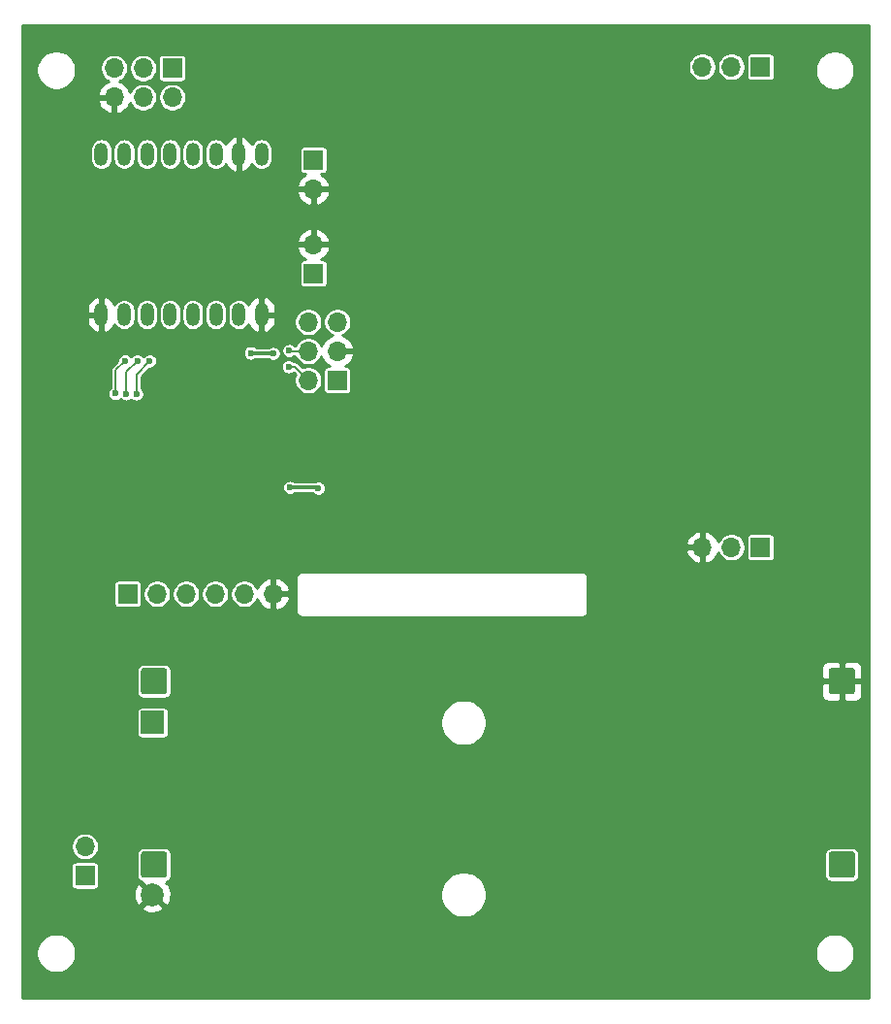
<source format=gbr>
%TF.GenerationSoftware,KiCad,Pcbnew,(5.1.9-0-10_14)*%
%TF.CreationDate,2021-05-24T21:37:01+02:00*%
%TF.ProjectId,mfm-v3-smd,6d666d2d-7633-42d7-936d-642e6b696361,rev?*%
%TF.SameCoordinates,Original*%
%TF.FileFunction,Copper,L2,Bot*%
%TF.FilePolarity,Positive*%
%FSLAX46Y46*%
G04 Gerber Fmt 4.6, Leading zero omitted, Abs format (unit mm)*
G04 Created by KiCad (PCBNEW (5.1.9-0-10_14)) date 2021-05-24 21:37:01*
%MOMM*%
%LPD*%
G01*
G04 APERTURE LIST*
%TA.AperFunction,ComponentPad*%
%ADD10O,1.700000X1.700000*%
%TD*%
%TA.AperFunction,ComponentPad*%
%ADD11R,1.700000X1.700000*%
%TD*%
%TA.AperFunction,ComponentPad*%
%ADD12C,2.000000*%
%TD*%
%TA.AperFunction,ComponentPad*%
%ADD13R,2.000000X2.000000*%
%TD*%
%TA.AperFunction,ComponentPad*%
%ADD14O,1.200000X2.000000*%
%TD*%
%TA.AperFunction,ViaPad*%
%ADD15C,0.600000*%
%TD*%
%TA.AperFunction,Conductor*%
%ADD16C,0.300000*%
%TD*%
%TA.AperFunction,Conductor*%
%ADD17C,0.150000*%
%TD*%
%TA.AperFunction,Conductor*%
%ADD18C,0.254000*%
%TD*%
%TA.AperFunction,Conductor*%
%ADD19C,0.100000*%
%TD*%
G04 APERTURE END LIST*
D10*
%TO.P,J5,3*%
%TO.N,SMBALERT*%
X78295500Y-83121500D03*
%TO.P,J5,2*%
%TO.N,I2C_SDA*%
X80835500Y-83121500D03*
D11*
%TO.P,J5,1*%
%TO.N,I2C_SCL*%
X83375500Y-83121500D03*
%TD*%
D12*
%TO.P,BT1,2*%
%TO.N,GND*%
X30289500Y-155325000D03*
D13*
%TO.P,BT1,1*%
%TO.N,Net-(BT1-Pad1)*%
X30289500Y-140335000D03*
%TD*%
D14*
%TO.P,U2,16*%
%TO.N,RADIO_DIO2*%
X25807200Y-90742800D03*
%TO.P,U2,1*%
%TO.N,GND*%
X25807200Y-104742800D03*
%TO.P,U2,15*%
%TO.N,RADIO_DIO1*%
X27807200Y-90742800D03*
%TO.P,U2,2*%
%TO.N,SPI_MISO*%
X27807200Y-104742800D03*
%TO.P,U2,14*%
%TO.N,RADIO_DIO0*%
X29807200Y-90742800D03*
%TO.P,U2,3*%
%TO.N,SPI_MOSI*%
X29807200Y-104742800D03*
%TO.P,U2,13*%
%TO.N,+3V3*%
X31807200Y-90742800D03*
%TO.P,U2,4*%
%TO.N,SPI_SCK*%
X31807200Y-104742800D03*
%TO.P,U2,12*%
%TO.N,RADIO_DIO4*%
X33807200Y-90742800D03*
%TO.P,U2,5*%
%TO.N,RADIO_NSS*%
X33807200Y-104742800D03*
%TO.P,U2,11*%
%TO.N,RADIO_DIO3*%
X35807200Y-90742800D03*
%TO.P,U2,6*%
%TO.N,RADIO_RST*%
X35807200Y-104742800D03*
%TO.P,U2,10*%
%TO.N,GND*%
X37807200Y-90742800D03*
%TO.P,U2,7*%
%TO.N,RADIO_DIO5*%
X37807200Y-104742800D03*
%TO.P,U2,9*%
%TO.N,Net-(J11-Pad1)*%
X39807200Y-90742800D03*
%TO.P,U2,8*%
%TO.N,GND*%
X39807200Y-104742800D03*
%TD*%
D10*
%TO.P,SW4,2*%
%TO.N,GND*%
X44323000Y-98615500D03*
D11*
%TO.P,SW4,1*%
%TO.N,Net-(D2-Pad1)*%
X44323000Y-101155500D03*
%TD*%
D10*
%TO.P,SW3,2*%
%TO.N,GND*%
X44323000Y-93789500D03*
D11*
%TO.P,SW3,1*%
%TO.N,Net-(D1-Pad1)*%
X44323000Y-91249500D03*
%TD*%
D10*
%TO.P,SW1,2*%
%TO.N,VBAT*%
X24384000Y-151130000D03*
D11*
%TO.P,SW1,1*%
%TO.N,Net-(BT1-Pad1)*%
X24384000Y-153670000D03*
%TD*%
D10*
%TO.P,J10,6*%
%TO.N,GND*%
X26924000Y-85788500D03*
%TO.P,J10,5*%
%TO.N,NRST*%
X26924000Y-83248500D03*
%TO.P,J10,4*%
%TO.N,AVR_MOSI*%
X29464000Y-85788500D03*
%TO.P,J10,3*%
%TO.N,AVR_SCK*%
X29464000Y-83248500D03*
%TO.P,J10,2*%
%TO.N,+3V3*%
X32004000Y-85788500D03*
D11*
%TO.P,J10,1*%
%TO.N,AVR_MISO*%
X32004000Y-83248500D03*
%TD*%
D10*
%TO.P,J7,6*%
%TO.N,I2C_SCL*%
X43890000Y-105385500D03*
%TO.P,J7,5*%
%TO.N,VBAT*%
X46430000Y-105385500D03*
%TO.P,J7,4*%
%TO.N,I2C_SDA*%
X43890000Y-107925500D03*
%TO.P,J7,3*%
%TO.N,GND*%
X46430000Y-107925500D03*
%TO.P,J7,2*%
%TO.N,SMBALERT*%
X43890000Y-110465500D03*
D11*
%TO.P,J7,1*%
%TO.N,+3V3*%
X46430000Y-110465500D03*
%TD*%
%TO.P,J9,1*%
%TO.N,N/C*%
X28130500Y-129095500D03*
D10*
%TO.P,J9,2*%
%TO.N,AVR_TX0*%
X30670500Y-129095500D03*
%TO.P,J9,3*%
%TO.N,AVR_RX0*%
X33210500Y-129095500D03*
%TO.P,J9,4*%
%TO.N,N/C*%
X35750500Y-129095500D03*
%TO.P,J9,5*%
X38290500Y-129095500D03*
%TO.P,J9,6*%
%TO.N,GND*%
X40830500Y-129095500D03*
%TD*%
%TO.P,J4,1*%
%TO.N,VBAT*%
%TA.AperFunction,ComponentPad*%
G36*
G01*
X89587498Y-151567500D02*
X91387502Y-151567500D01*
G75*
G02*
X91637500Y-151817498I0J-249998D01*
G01*
X91637500Y-153617502D01*
G75*
G02*
X91387502Y-153867500I-249998J0D01*
G01*
X89587498Y-153867500D01*
G75*
G02*
X89337500Y-153617502I0J249998D01*
G01*
X89337500Y-151817498D01*
G75*
G02*
X89587498Y-151567500I249998J0D01*
G01*
G37*
%TD.AperFunction*%
%TD*%
%TO.P,J3,1*%
%TO.N,Net-(J2-Pad1)*%
%TA.AperFunction,ComponentPad*%
G36*
G01*
X29516498Y-151567500D02*
X31316502Y-151567500D01*
G75*
G02*
X31566500Y-151817498I0J-249998D01*
G01*
X31566500Y-153617502D01*
G75*
G02*
X31316502Y-153867500I-249998J0D01*
G01*
X29516498Y-153867500D01*
G75*
G02*
X29266500Y-153617502I0J249998D01*
G01*
X29266500Y-151817498D01*
G75*
G02*
X29516498Y-151567500I249998J0D01*
G01*
G37*
%TD.AperFunction*%
%TD*%
%TO.P,J2,1*%
%TO.N,Net-(J2-Pad1)*%
%TA.AperFunction,ComponentPad*%
G36*
G01*
X29516498Y-135565500D02*
X31316502Y-135565500D01*
G75*
G02*
X31566500Y-135815498I0J-249998D01*
G01*
X31566500Y-137615502D01*
G75*
G02*
X31316502Y-137865500I-249998J0D01*
G01*
X29516498Y-137865500D01*
G75*
G02*
X29266500Y-137615502I0J249998D01*
G01*
X29266500Y-135815498D01*
G75*
G02*
X29516498Y-135565500I249998J0D01*
G01*
G37*
%TD.AperFunction*%
%TD*%
%TO.P,J1,1*%
%TO.N,GND*%
%TA.AperFunction,ComponentPad*%
G36*
G01*
X89587498Y-135565500D02*
X91387502Y-135565500D01*
G75*
G02*
X91637500Y-135815498I0J-249998D01*
G01*
X91637500Y-137615502D01*
G75*
G02*
X91387502Y-137865500I-249998J0D01*
G01*
X89587498Y-137865500D01*
G75*
G02*
X89337500Y-137615502I0J249998D01*
G01*
X89337500Y-135815498D01*
G75*
G02*
X89587498Y-135565500I249998J0D01*
G01*
G37*
%TD.AperFunction*%
%TD*%
D11*
%TO.P,J6,1*%
%TO.N,+3V3*%
X83375500Y-125031500D03*
D10*
%TO.P,J6,2*%
%TO.N,VBAT*%
X80835500Y-125031500D03*
%TO.P,J6,3*%
%TO.N,GND*%
X78295500Y-125031500D03*
%TD*%
D15*
%TO.N,GND*%
X40435000Y-86286500D03*
X39185000Y-86886500D03*
X40435000Y-87486500D03*
X39185000Y-88086500D03*
X40435000Y-88686500D03*
X39185000Y-89286500D03*
X38798500Y-109601000D03*
X34475000Y-122168491D03*
X29464000Y-117983000D03*
X20828000Y-115189000D03*
X32766000Y-108902500D03*
X21336000Y-144907000D03*
X24511000Y-144907000D03*
X22923540Y-146367500D03*
X39814500Y-126111000D03*
X35306000Y-126792490D03*
X41465500Y-122237500D03*
X42926000Y-84899500D03*
X36703000Y-84899500D03*
X25082500Y-123571000D03*
X20701000Y-124142500D03*
X20828000Y-122047000D03*
X20002500Y-120015000D03*
X26035000Y-118664490D03*
X25082500Y-130048000D03*
X23304500Y-130048000D03*
X22606000Y-131064000D03*
X24257000Y-116855510D03*
X42198990Y-118161499D03*
%TO.N,+3V3*%
X42291000Y-119824500D03*
X44767500Y-119888000D03*
X38861998Y-108080500D03*
X40812045Y-108140506D03*
%TO.N,I2C_SDA*%
X42223190Y-107886500D03*
%TO.N,SMBALERT*%
X42164000Y-109283500D03*
%TO.N,AVR_MOSI*%
X27051000Y-111633000D03*
X27876501Y-108775499D03*
%TO.N,AVR_SCK*%
X28870511Y-111654989D03*
X30035500Y-108775508D03*
%TO.N,AVR_MISO*%
X27965400Y-111645700D03*
X28956000Y-108775500D03*
%TD*%
D16*
%TO.N,+3V3*%
X42291000Y-119824500D02*
X44704000Y-119824500D01*
X44704000Y-119824500D02*
X44767500Y-119888000D01*
X40812045Y-108140506D02*
X38922004Y-108140506D01*
X38922004Y-108140506D02*
X38861998Y-108080500D01*
D17*
%TO.N,I2C_SDA*%
X42262190Y-107925500D02*
X42223190Y-107886500D01*
X43890000Y-107925500D02*
X42262190Y-107925500D01*
%TO.N,SMBALERT*%
X43890000Y-110465500D02*
X42708000Y-109283500D01*
X42708000Y-109283500D02*
X42164000Y-109283500D01*
%TO.N,AVR_MOSI*%
X27051000Y-111633000D02*
X27051000Y-109601000D01*
X27051000Y-109601000D02*
X27876501Y-108775499D01*
%TO.N,AVR_SCK*%
X28870511Y-109940497D02*
X30035500Y-108775508D01*
X28870511Y-111654989D02*
X28870511Y-109940497D01*
%TO.N,AVR_MISO*%
X27965400Y-111645700D02*
X27965400Y-109766100D01*
X27965400Y-109766100D02*
X28956000Y-108775500D01*
%TD*%
D18*
%TO.N,GND*%
X92791801Y-164369000D02*
X18948419Y-164369000D01*
X18948419Y-160281705D01*
X20142400Y-160281705D01*
X20142400Y-160621895D01*
X20208768Y-160955547D01*
X20338953Y-161269841D01*
X20527952Y-161552698D01*
X20768502Y-161793248D01*
X21051359Y-161982247D01*
X21365653Y-162112432D01*
X21699305Y-162178800D01*
X22039495Y-162178800D01*
X22373147Y-162112432D01*
X22687441Y-161982247D01*
X22970298Y-161793248D01*
X23210848Y-161552698D01*
X23399847Y-161269841D01*
X23530032Y-160955547D01*
X23596400Y-160621895D01*
X23596400Y-160281705D01*
X88138200Y-160281705D01*
X88138200Y-160621895D01*
X88204568Y-160955547D01*
X88334753Y-161269841D01*
X88523752Y-161552698D01*
X88764302Y-161793248D01*
X89047159Y-161982247D01*
X89361453Y-162112432D01*
X89695105Y-162178800D01*
X90035295Y-162178800D01*
X90368947Y-162112432D01*
X90683241Y-161982247D01*
X90966098Y-161793248D01*
X91206648Y-161552698D01*
X91395647Y-161269841D01*
X91525832Y-160955547D01*
X91592200Y-160621895D01*
X91592200Y-160281705D01*
X91525832Y-159948053D01*
X91395647Y-159633759D01*
X91206648Y-159350902D01*
X90966098Y-159110352D01*
X90683241Y-158921353D01*
X90368947Y-158791168D01*
X90035295Y-158724800D01*
X89695105Y-158724800D01*
X89361453Y-158791168D01*
X89047159Y-158921353D01*
X88764302Y-159110352D01*
X88523752Y-159350902D01*
X88334753Y-159633759D01*
X88204568Y-159948053D01*
X88138200Y-160281705D01*
X23596400Y-160281705D01*
X23530032Y-159948053D01*
X23399847Y-159633759D01*
X23210848Y-159350902D01*
X22970298Y-159110352D01*
X22687441Y-158921353D01*
X22373147Y-158791168D01*
X22039495Y-158724800D01*
X21699305Y-158724800D01*
X21365653Y-158791168D01*
X21051359Y-158921353D01*
X20768502Y-159110352D01*
X20527952Y-159350902D01*
X20338953Y-159633759D01*
X20208768Y-159948053D01*
X20142400Y-160281705D01*
X18948419Y-160281705D01*
X18948419Y-156460413D01*
X29333692Y-156460413D01*
X29429456Y-156724814D01*
X29719071Y-156865704D01*
X30030608Y-156947384D01*
X30352095Y-156966718D01*
X30671175Y-156922961D01*
X30975588Y-156817795D01*
X31149544Y-156724814D01*
X31245308Y-156460413D01*
X30289500Y-155504605D01*
X29333692Y-156460413D01*
X18948419Y-156460413D01*
X18948419Y-155387595D01*
X28647782Y-155387595D01*
X28691539Y-155706675D01*
X28796705Y-156011088D01*
X28889686Y-156185044D01*
X29154087Y-156280808D01*
X30109895Y-155325000D01*
X29154087Y-154369192D01*
X28889686Y-154464956D01*
X28748796Y-154754571D01*
X28667116Y-155066108D01*
X28647782Y-155387595D01*
X18948419Y-155387595D01*
X18948419Y-152820000D01*
X23155176Y-152820000D01*
X23155176Y-154520000D01*
X23162455Y-154593905D01*
X23184012Y-154664970D01*
X23219019Y-154730463D01*
X23266131Y-154787869D01*
X23323537Y-154834981D01*
X23389030Y-154869988D01*
X23460095Y-154891545D01*
X23534000Y-154898824D01*
X25234000Y-154898824D01*
X25307905Y-154891545D01*
X25378970Y-154869988D01*
X25444463Y-154834981D01*
X25501869Y-154787869D01*
X25548981Y-154730463D01*
X25583988Y-154664970D01*
X25605545Y-154593905D01*
X25612824Y-154520000D01*
X25612824Y-152820000D01*
X25605545Y-152746095D01*
X25583988Y-152675030D01*
X25548981Y-152609537D01*
X25501869Y-152552131D01*
X25444463Y-152505019D01*
X25378970Y-152470012D01*
X25307905Y-152448455D01*
X25234000Y-152441176D01*
X23534000Y-152441176D01*
X23460095Y-152448455D01*
X23389030Y-152470012D01*
X23323537Y-152505019D01*
X23266131Y-152552131D01*
X23219019Y-152609537D01*
X23184012Y-152675030D01*
X23162455Y-152746095D01*
X23155176Y-152820000D01*
X18948419Y-152820000D01*
X18948419Y-151009151D01*
X23157000Y-151009151D01*
X23157000Y-151250849D01*
X23204153Y-151487903D01*
X23296647Y-151711202D01*
X23430927Y-151912167D01*
X23601833Y-152083073D01*
X23802798Y-152217353D01*
X24026097Y-152309847D01*
X24263151Y-152357000D01*
X24504849Y-152357000D01*
X24741903Y-152309847D01*
X24965202Y-152217353D01*
X25166167Y-152083073D01*
X25337073Y-151912167D01*
X25400328Y-151817498D01*
X28887676Y-151817498D01*
X28887676Y-153617502D01*
X28899759Y-153740179D01*
X28935542Y-153858142D01*
X28993652Y-153966857D01*
X29071854Y-154062146D01*
X29167143Y-154140348D01*
X29275858Y-154198458D01*
X29371608Y-154227503D01*
X30289500Y-155145395D01*
X30303643Y-155131253D01*
X30483248Y-155310858D01*
X30469105Y-155325000D01*
X31424913Y-156280808D01*
X31689314Y-156185044D01*
X31830204Y-155895429D01*
X31911884Y-155583892D01*
X31931218Y-155262405D01*
X31912425Y-155125358D01*
X55427500Y-155125358D01*
X55427500Y-155524642D01*
X55505396Y-155916254D01*
X55658196Y-156285145D01*
X55880026Y-156617137D01*
X56162363Y-156899474D01*
X56494355Y-157121304D01*
X56863246Y-157274104D01*
X57254858Y-157352000D01*
X57654142Y-157352000D01*
X58045754Y-157274104D01*
X58414645Y-157121304D01*
X58746637Y-156899474D01*
X59028974Y-156617137D01*
X59250804Y-156285145D01*
X59403604Y-155916254D01*
X59481500Y-155524642D01*
X59481500Y-155125358D01*
X59403604Y-154733746D01*
X59250804Y-154364855D01*
X59028974Y-154032863D01*
X58746637Y-153750526D01*
X58414645Y-153528696D01*
X58045754Y-153375896D01*
X57654142Y-153298000D01*
X57254858Y-153298000D01*
X56863246Y-153375896D01*
X56494355Y-153528696D01*
X56162363Y-153750526D01*
X55880026Y-154032863D01*
X55658196Y-154364855D01*
X55505396Y-154733746D01*
X55427500Y-155125358D01*
X31912425Y-155125358D01*
X31887461Y-154943325D01*
X31782295Y-154638912D01*
X31689314Y-154464956D01*
X31424915Y-154369193D01*
X31540583Y-154253525D01*
X31502186Y-154215128D01*
X31557142Y-154198458D01*
X31665857Y-154140348D01*
X31761146Y-154062146D01*
X31839348Y-153966857D01*
X31897458Y-153858142D01*
X31933241Y-153740179D01*
X31945324Y-153617502D01*
X31945324Y-151817498D01*
X88958676Y-151817498D01*
X88958676Y-153617502D01*
X88970759Y-153740179D01*
X89006542Y-153858142D01*
X89064652Y-153966857D01*
X89142854Y-154062146D01*
X89238143Y-154140348D01*
X89346858Y-154198458D01*
X89464821Y-154234241D01*
X89587498Y-154246324D01*
X91387502Y-154246324D01*
X91510179Y-154234241D01*
X91628142Y-154198458D01*
X91736857Y-154140348D01*
X91832146Y-154062146D01*
X91910348Y-153966857D01*
X91968458Y-153858142D01*
X92004241Y-153740179D01*
X92016324Y-153617502D01*
X92016324Y-151817498D01*
X92004241Y-151694821D01*
X91968458Y-151576858D01*
X91910348Y-151468143D01*
X91832146Y-151372854D01*
X91736857Y-151294652D01*
X91628142Y-151236542D01*
X91510179Y-151200759D01*
X91387502Y-151188676D01*
X89587498Y-151188676D01*
X89464821Y-151200759D01*
X89346858Y-151236542D01*
X89238143Y-151294652D01*
X89142854Y-151372854D01*
X89064652Y-151468143D01*
X89006542Y-151576858D01*
X88970759Y-151694821D01*
X88958676Y-151817498D01*
X31945324Y-151817498D01*
X31933241Y-151694821D01*
X31897458Y-151576858D01*
X31839348Y-151468143D01*
X31761146Y-151372854D01*
X31665857Y-151294652D01*
X31557142Y-151236542D01*
X31439179Y-151200759D01*
X31316502Y-151188676D01*
X29516498Y-151188676D01*
X29393821Y-151200759D01*
X29275858Y-151236542D01*
X29167143Y-151294652D01*
X29071854Y-151372854D01*
X28993652Y-151468143D01*
X28935542Y-151576858D01*
X28899759Y-151694821D01*
X28887676Y-151817498D01*
X25400328Y-151817498D01*
X25471353Y-151711202D01*
X25563847Y-151487903D01*
X25611000Y-151250849D01*
X25611000Y-151009151D01*
X25563847Y-150772097D01*
X25471353Y-150548798D01*
X25337073Y-150347833D01*
X25166167Y-150176927D01*
X24965202Y-150042647D01*
X24741903Y-149950153D01*
X24504849Y-149903000D01*
X24263151Y-149903000D01*
X24026097Y-149950153D01*
X23802798Y-150042647D01*
X23601833Y-150176927D01*
X23430927Y-150347833D01*
X23296647Y-150548798D01*
X23204153Y-150772097D01*
X23157000Y-151009151D01*
X18948419Y-151009151D01*
X18948419Y-139335000D01*
X28910676Y-139335000D01*
X28910676Y-141335000D01*
X28917955Y-141408905D01*
X28939512Y-141479970D01*
X28974519Y-141545463D01*
X29021631Y-141602869D01*
X29079037Y-141649981D01*
X29144530Y-141684988D01*
X29215595Y-141706545D01*
X29289500Y-141713824D01*
X31289500Y-141713824D01*
X31363405Y-141706545D01*
X31434470Y-141684988D01*
X31499963Y-141649981D01*
X31557369Y-141602869D01*
X31604481Y-141545463D01*
X31639488Y-141479970D01*
X31661045Y-141408905D01*
X31668324Y-141335000D01*
X31668324Y-140135358D01*
X55427500Y-140135358D01*
X55427500Y-140534642D01*
X55505396Y-140926254D01*
X55658196Y-141295145D01*
X55880026Y-141627137D01*
X56162363Y-141909474D01*
X56494355Y-142131304D01*
X56863246Y-142284104D01*
X57254858Y-142362000D01*
X57654142Y-142362000D01*
X58045754Y-142284104D01*
X58414645Y-142131304D01*
X58746637Y-141909474D01*
X59028974Y-141627137D01*
X59250804Y-141295145D01*
X59403604Y-140926254D01*
X59481500Y-140534642D01*
X59481500Y-140135358D01*
X59403604Y-139743746D01*
X59250804Y-139374855D01*
X59028974Y-139042863D01*
X58746637Y-138760526D01*
X58414645Y-138538696D01*
X58045754Y-138385896D01*
X57654142Y-138308000D01*
X57254858Y-138308000D01*
X56863246Y-138385896D01*
X56494355Y-138538696D01*
X56162363Y-138760526D01*
X55880026Y-139042863D01*
X55658196Y-139374855D01*
X55505396Y-139743746D01*
X55427500Y-140135358D01*
X31668324Y-140135358D01*
X31668324Y-139335000D01*
X31661045Y-139261095D01*
X31639488Y-139190030D01*
X31604481Y-139124537D01*
X31557369Y-139067131D01*
X31499963Y-139020019D01*
X31434470Y-138985012D01*
X31363405Y-138963455D01*
X31289500Y-138956176D01*
X29289500Y-138956176D01*
X29215595Y-138963455D01*
X29144530Y-138985012D01*
X29079037Y-139020019D01*
X29021631Y-139067131D01*
X28974519Y-139124537D01*
X28939512Y-139190030D01*
X28917955Y-139261095D01*
X28910676Y-139335000D01*
X18948419Y-139335000D01*
X18948419Y-135815498D01*
X28887676Y-135815498D01*
X28887676Y-137615502D01*
X28899759Y-137738179D01*
X28935542Y-137856142D01*
X28993652Y-137964857D01*
X29071854Y-138060146D01*
X29167143Y-138138348D01*
X29275858Y-138196458D01*
X29393821Y-138232241D01*
X29516498Y-138244324D01*
X31316502Y-138244324D01*
X31439179Y-138232241D01*
X31557142Y-138196458D01*
X31665857Y-138138348D01*
X31761146Y-138060146D01*
X31839348Y-137964857D01*
X31892455Y-137865500D01*
X88699428Y-137865500D01*
X88711688Y-137989982D01*
X88747998Y-138109680D01*
X88806963Y-138219994D01*
X88886315Y-138316685D01*
X88983006Y-138396037D01*
X89093320Y-138455002D01*
X89213018Y-138491312D01*
X89337500Y-138503572D01*
X90201750Y-138500500D01*
X90360500Y-138341750D01*
X90360500Y-136842500D01*
X90614500Y-136842500D01*
X90614500Y-138341750D01*
X90773250Y-138500500D01*
X91637500Y-138503572D01*
X91761982Y-138491312D01*
X91881680Y-138455002D01*
X91991994Y-138396037D01*
X92088685Y-138316685D01*
X92168037Y-138219994D01*
X92227002Y-138109680D01*
X92263312Y-137989982D01*
X92275572Y-137865500D01*
X92272500Y-137001250D01*
X92113750Y-136842500D01*
X90614500Y-136842500D01*
X90360500Y-136842500D01*
X88861250Y-136842500D01*
X88702500Y-137001250D01*
X88699428Y-137865500D01*
X31892455Y-137865500D01*
X31897458Y-137856142D01*
X31933241Y-137738179D01*
X31945324Y-137615502D01*
X31945324Y-135815498D01*
X31933241Y-135692821D01*
X31897458Y-135574858D01*
X31892456Y-135565500D01*
X88699428Y-135565500D01*
X88702500Y-136429750D01*
X88861250Y-136588500D01*
X90360500Y-136588500D01*
X90360500Y-135089250D01*
X90614500Y-135089250D01*
X90614500Y-136588500D01*
X92113750Y-136588500D01*
X92272500Y-136429750D01*
X92275572Y-135565500D01*
X92263312Y-135441018D01*
X92227002Y-135321320D01*
X92168037Y-135211006D01*
X92088685Y-135114315D01*
X91991994Y-135034963D01*
X91881680Y-134975998D01*
X91761982Y-134939688D01*
X91637500Y-134927428D01*
X90773250Y-134930500D01*
X90614500Y-135089250D01*
X90360500Y-135089250D01*
X90201750Y-134930500D01*
X89337500Y-134927428D01*
X89213018Y-134939688D01*
X89093320Y-134975998D01*
X88983006Y-135034963D01*
X88886315Y-135114315D01*
X88806963Y-135211006D01*
X88747998Y-135321320D01*
X88711688Y-135441018D01*
X88699428Y-135565500D01*
X31892456Y-135565500D01*
X31839348Y-135466143D01*
X31761146Y-135370854D01*
X31665857Y-135292652D01*
X31557142Y-135234542D01*
X31439179Y-135198759D01*
X31316502Y-135186676D01*
X29516498Y-135186676D01*
X29393821Y-135198759D01*
X29275858Y-135234542D01*
X29167143Y-135292652D01*
X29071854Y-135370854D01*
X28993652Y-135466143D01*
X28935542Y-135574858D01*
X28899759Y-135692821D01*
X28887676Y-135815498D01*
X18948419Y-135815498D01*
X18948419Y-128245500D01*
X26901676Y-128245500D01*
X26901676Y-129945500D01*
X26908955Y-130019405D01*
X26930512Y-130090470D01*
X26965519Y-130155963D01*
X27012631Y-130213369D01*
X27070037Y-130260481D01*
X27135530Y-130295488D01*
X27206595Y-130317045D01*
X27280500Y-130324324D01*
X28980500Y-130324324D01*
X29054405Y-130317045D01*
X29125470Y-130295488D01*
X29190963Y-130260481D01*
X29248369Y-130213369D01*
X29295481Y-130155963D01*
X29330488Y-130090470D01*
X29352045Y-130019405D01*
X29359324Y-129945500D01*
X29359324Y-128974651D01*
X29443500Y-128974651D01*
X29443500Y-129216349D01*
X29490653Y-129453403D01*
X29583147Y-129676702D01*
X29717427Y-129877667D01*
X29888333Y-130048573D01*
X30089298Y-130182853D01*
X30312597Y-130275347D01*
X30549651Y-130322500D01*
X30791349Y-130322500D01*
X31028403Y-130275347D01*
X31251702Y-130182853D01*
X31452667Y-130048573D01*
X31623573Y-129877667D01*
X31757853Y-129676702D01*
X31850347Y-129453403D01*
X31897500Y-129216349D01*
X31897500Y-128974651D01*
X31983500Y-128974651D01*
X31983500Y-129216349D01*
X32030653Y-129453403D01*
X32123147Y-129676702D01*
X32257427Y-129877667D01*
X32428333Y-130048573D01*
X32629298Y-130182853D01*
X32852597Y-130275347D01*
X33089651Y-130322500D01*
X33331349Y-130322500D01*
X33568403Y-130275347D01*
X33791702Y-130182853D01*
X33992667Y-130048573D01*
X34163573Y-129877667D01*
X34297853Y-129676702D01*
X34390347Y-129453403D01*
X34437500Y-129216349D01*
X34437500Y-128974651D01*
X34523500Y-128974651D01*
X34523500Y-129216349D01*
X34570653Y-129453403D01*
X34663147Y-129676702D01*
X34797427Y-129877667D01*
X34968333Y-130048573D01*
X35169298Y-130182853D01*
X35392597Y-130275347D01*
X35629651Y-130322500D01*
X35871349Y-130322500D01*
X36108403Y-130275347D01*
X36331702Y-130182853D01*
X36532667Y-130048573D01*
X36703573Y-129877667D01*
X36837853Y-129676702D01*
X36930347Y-129453403D01*
X36977500Y-129216349D01*
X36977500Y-128974651D01*
X37063500Y-128974651D01*
X37063500Y-129216349D01*
X37110653Y-129453403D01*
X37203147Y-129676702D01*
X37337427Y-129877667D01*
X37508333Y-130048573D01*
X37709298Y-130182853D01*
X37932597Y-130275347D01*
X38169651Y-130322500D01*
X38411349Y-130322500D01*
X38648403Y-130275347D01*
X38871702Y-130182853D01*
X39072667Y-130048573D01*
X39243573Y-129877667D01*
X39377853Y-129676702D01*
X39426731Y-129558702D01*
X39486343Y-129726752D01*
X39635322Y-129976855D01*
X39830231Y-130193088D01*
X40063580Y-130367141D01*
X40326401Y-130492325D01*
X40473610Y-130536976D01*
X40703500Y-130415655D01*
X40703500Y-129222500D01*
X40957500Y-129222500D01*
X40957500Y-130415655D01*
X41187390Y-130536976D01*
X41334599Y-130492325D01*
X41597420Y-130367141D01*
X41830769Y-130193088D01*
X42025678Y-129976855D01*
X42174657Y-129726752D01*
X42271981Y-129452391D01*
X42151314Y-129222500D01*
X40957500Y-129222500D01*
X40703500Y-129222500D01*
X40683500Y-129222500D01*
X40683500Y-128968500D01*
X40703500Y-128968500D01*
X40703500Y-127775345D01*
X40957500Y-127775345D01*
X40957500Y-128968500D01*
X42151314Y-128968500D01*
X42271981Y-128738609D01*
X42174657Y-128464248D01*
X42025678Y-128214145D01*
X41830769Y-127997912D01*
X41597420Y-127823859D01*
X41334599Y-127698675D01*
X41187390Y-127654024D01*
X40957500Y-127775345D01*
X40703500Y-127775345D01*
X40473610Y-127654024D01*
X40326401Y-127698675D01*
X40063580Y-127823859D01*
X39830231Y-127997912D01*
X39635322Y-128214145D01*
X39486343Y-128464248D01*
X39426731Y-128632298D01*
X39377853Y-128514298D01*
X39243573Y-128313333D01*
X39072667Y-128142427D01*
X38871702Y-128008147D01*
X38648403Y-127915653D01*
X38411349Y-127868500D01*
X38169651Y-127868500D01*
X37932597Y-127915653D01*
X37709298Y-128008147D01*
X37508333Y-128142427D01*
X37337427Y-128313333D01*
X37203147Y-128514298D01*
X37110653Y-128737597D01*
X37063500Y-128974651D01*
X36977500Y-128974651D01*
X36930347Y-128737597D01*
X36837853Y-128514298D01*
X36703573Y-128313333D01*
X36532667Y-128142427D01*
X36331702Y-128008147D01*
X36108403Y-127915653D01*
X35871349Y-127868500D01*
X35629651Y-127868500D01*
X35392597Y-127915653D01*
X35169298Y-128008147D01*
X34968333Y-128142427D01*
X34797427Y-128313333D01*
X34663147Y-128514298D01*
X34570653Y-128737597D01*
X34523500Y-128974651D01*
X34437500Y-128974651D01*
X34390347Y-128737597D01*
X34297853Y-128514298D01*
X34163573Y-128313333D01*
X33992667Y-128142427D01*
X33791702Y-128008147D01*
X33568403Y-127915653D01*
X33331349Y-127868500D01*
X33089651Y-127868500D01*
X32852597Y-127915653D01*
X32629298Y-128008147D01*
X32428333Y-128142427D01*
X32257427Y-128313333D01*
X32123147Y-128514298D01*
X32030653Y-128737597D01*
X31983500Y-128974651D01*
X31897500Y-128974651D01*
X31850347Y-128737597D01*
X31757853Y-128514298D01*
X31623573Y-128313333D01*
X31452667Y-128142427D01*
X31251702Y-128008147D01*
X31028403Y-127915653D01*
X30791349Y-127868500D01*
X30549651Y-127868500D01*
X30312597Y-127915653D01*
X30089298Y-128008147D01*
X29888333Y-128142427D01*
X29717427Y-128313333D01*
X29583147Y-128514298D01*
X29490653Y-128737597D01*
X29443500Y-128974651D01*
X29359324Y-128974651D01*
X29359324Y-128245500D01*
X29352045Y-128171595D01*
X29330488Y-128100530D01*
X29295481Y-128035037D01*
X29248369Y-127977631D01*
X29190963Y-127930519D01*
X29125470Y-127895512D01*
X29054405Y-127873955D01*
X28980500Y-127866676D01*
X27280500Y-127866676D01*
X27206595Y-127873955D01*
X27135530Y-127895512D01*
X27070037Y-127930519D01*
X27012631Y-127977631D01*
X26965519Y-128035037D01*
X26930512Y-128100530D01*
X26908955Y-128171595D01*
X26901676Y-128245500D01*
X18948419Y-128245500D01*
X18948419Y-127651000D01*
X42796693Y-127651000D01*
X42799000Y-127674423D01*
X42799001Y-130627567D01*
X42796693Y-130651000D01*
X42805903Y-130744508D01*
X42833178Y-130834423D01*
X42877471Y-130917289D01*
X42937079Y-130989921D01*
X43009711Y-131049529D01*
X43092577Y-131093822D01*
X43182492Y-131121097D01*
X43252577Y-131128000D01*
X43252578Y-131128000D01*
X43276000Y-131130307D01*
X43299423Y-131128000D01*
X67802577Y-131128000D01*
X67826000Y-131130307D01*
X67849422Y-131128000D01*
X67849423Y-131128000D01*
X67919508Y-131121097D01*
X68009423Y-131093822D01*
X68092289Y-131049529D01*
X68164921Y-130989921D01*
X68224529Y-130917289D01*
X68268822Y-130834423D01*
X68296097Y-130744508D01*
X68305307Y-130651000D01*
X68303000Y-130627577D01*
X68303000Y-127674423D01*
X68305307Y-127651000D01*
X68296097Y-127557492D01*
X68268822Y-127467577D01*
X68224529Y-127384711D01*
X68164921Y-127312079D01*
X68092289Y-127252471D01*
X68009423Y-127208178D01*
X67919508Y-127180903D01*
X67849423Y-127174000D01*
X67826000Y-127171693D01*
X67802578Y-127174000D01*
X43299422Y-127174000D01*
X43276000Y-127171693D01*
X43252577Y-127174000D01*
X43182492Y-127180903D01*
X43092577Y-127208178D01*
X43009711Y-127252471D01*
X42937079Y-127312079D01*
X42877471Y-127384711D01*
X42833178Y-127467577D01*
X42805903Y-127557492D01*
X42796693Y-127651000D01*
X18948419Y-127651000D01*
X18948419Y-125388391D01*
X76854019Y-125388391D01*
X76951343Y-125662752D01*
X77100322Y-125912855D01*
X77295231Y-126129088D01*
X77528580Y-126303141D01*
X77791401Y-126428325D01*
X77938610Y-126472976D01*
X78168500Y-126351655D01*
X78168500Y-125158500D01*
X76974686Y-125158500D01*
X76854019Y-125388391D01*
X18948419Y-125388391D01*
X18948419Y-124674609D01*
X76854019Y-124674609D01*
X76974686Y-124904500D01*
X78168500Y-124904500D01*
X78168500Y-123711345D01*
X78422500Y-123711345D01*
X78422500Y-124904500D01*
X78442500Y-124904500D01*
X78442500Y-125158500D01*
X78422500Y-125158500D01*
X78422500Y-126351655D01*
X78652390Y-126472976D01*
X78799599Y-126428325D01*
X79062420Y-126303141D01*
X79295769Y-126129088D01*
X79490678Y-125912855D01*
X79639657Y-125662752D01*
X79699269Y-125494702D01*
X79748147Y-125612702D01*
X79882427Y-125813667D01*
X80053333Y-125984573D01*
X80254298Y-126118853D01*
X80477597Y-126211347D01*
X80714651Y-126258500D01*
X80956349Y-126258500D01*
X81193403Y-126211347D01*
X81416702Y-126118853D01*
X81617667Y-125984573D01*
X81788573Y-125813667D01*
X81922853Y-125612702D01*
X82015347Y-125389403D01*
X82062500Y-125152349D01*
X82062500Y-124910651D01*
X82015347Y-124673597D01*
X81922853Y-124450298D01*
X81788573Y-124249333D01*
X81720740Y-124181500D01*
X82146676Y-124181500D01*
X82146676Y-125881500D01*
X82153955Y-125955405D01*
X82175512Y-126026470D01*
X82210519Y-126091963D01*
X82257631Y-126149369D01*
X82315037Y-126196481D01*
X82380530Y-126231488D01*
X82451595Y-126253045D01*
X82525500Y-126260324D01*
X84225500Y-126260324D01*
X84299405Y-126253045D01*
X84370470Y-126231488D01*
X84435963Y-126196481D01*
X84493369Y-126149369D01*
X84540481Y-126091963D01*
X84575488Y-126026470D01*
X84597045Y-125955405D01*
X84604324Y-125881500D01*
X84604324Y-124181500D01*
X84597045Y-124107595D01*
X84575488Y-124036530D01*
X84540481Y-123971037D01*
X84493369Y-123913631D01*
X84435963Y-123866519D01*
X84370470Y-123831512D01*
X84299405Y-123809955D01*
X84225500Y-123802676D01*
X82525500Y-123802676D01*
X82451595Y-123809955D01*
X82380530Y-123831512D01*
X82315037Y-123866519D01*
X82257631Y-123913631D01*
X82210519Y-123971037D01*
X82175512Y-124036530D01*
X82153955Y-124107595D01*
X82146676Y-124181500D01*
X81720740Y-124181500D01*
X81617667Y-124078427D01*
X81416702Y-123944147D01*
X81193403Y-123851653D01*
X80956349Y-123804500D01*
X80714651Y-123804500D01*
X80477597Y-123851653D01*
X80254298Y-123944147D01*
X80053333Y-124078427D01*
X79882427Y-124249333D01*
X79748147Y-124450298D01*
X79699269Y-124568298D01*
X79639657Y-124400248D01*
X79490678Y-124150145D01*
X79295769Y-123933912D01*
X79062420Y-123759859D01*
X78799599Y-123634675D01*
X78652390Y-123590024D01*
X78422500Y-123711345D01*
X78168500Y-123711345D01*
X77938610Y-123590024D01*
X77791401Y-123634675D01*
X77528580Y-123759859D01*
X77295231Y-123933912D01*
X77100322Y-124150145D01*
X76951343Y-124400248D01*
X76854019Y-124674609D01*
X18948419Y-124674609D01*
X18948419Y-119757821D01*
X41614000Y-119757821D01*
X41614000Y-119891179D01*
X41640016Y-120021974D01*
X41691050Y-120145180D01*
X41765140Y-120256063D01*
X41859437Y-120350360D01*
X41970320Y-120424450D01*
X42093526Y-120475484D01*
X42224321Y-120501500D01*
X42357679Y-120501500D01*
X42488474Y-120475484D01*
X42611680Y-120424450D01*
X42720857Y-120351500D01*
X44273577Y-120351500D01*
X44335937Y-120413860D01*
X44446820Y-120487950D01*
X44570026Y-120538984D01*
X44700821Y-120565000D01*
X44834179Y-120565000D01*
X44964974Y-120538984D01*
X45088180Y-120487950D01*
X45199063Y-120413860D01*
X45293360Y-120319563D01*
X45367450Y-120208680D01*
X45418484Y-120085474D01*
X45444500Y-119954679D01*
X45444500Y-119821321D01*
X45418484Y-119690526D01*
X45367450Y-119567320D01*
X45293360Y-119456437D01*
X45199063Y-119362140D01*
X45088180Y-119288050D01*
X44964974Y-119237016D01*
X44834179Y-119211000D01*
X44700821Y-119211000D01*
X44570026Y-119237016D01*
X44446820Y-119288050D01*
X44432677Y-119297500D01*
X42720857Y-119297500D01*
X42611680Y-119224550D01*
X42488474Y-119173516D01*
X42357679Y-119147500D01*
X42224321Y-119147500D01*
X42093526Y-119173516D01*
X41970320Y-119224550D01*
X41859437Y-119298640D01*
X41765140Y-119392937D01*
X41691050Y-119503820D01*
X41640016Y-119627026D01*
X41614000Y-119757821D01*
X18948419Y-119757821D01*
X18948419Y-111566321D01*
X26374000Y-111566321D01*
X26374000Y-111699679D01*
X26400016Y-111830474D01*
X26451050Y-111953680D01*
X26525140Y-112064563D01*
X26619437Y-112158860D01*
X26730320Y-112232950D01*
X26853526Y-112283984D01*
X26984321Y-112310000D01*
X27117679Y-112310000D01*
X27248474Y-112283984D01*
X27371680Y-112232950D01*
X27482563Y-112158860D01*
X27501850Y-112139573D01*
X27533837Y-112171560D01*
X27644720Y-112245650D01*
X27767926Y-112296684D01*
X27898721Y-112322700D01*
X28032079Y-112322700D01*
X28162874Y-112296684D01*
X28286080Y-112245650D01*
X28396963Y-112171560D01*
X28413311Y-112155212D01*
X28438948Y-112180849D01*
X28549831Y-112254939D01*
X28673037Y-112305973D01*
X28803832Y-112331989D01*
X28937190Y-112331989D01*
X29067985Y-112305973D01*
X29191191Y-112254939D01*
X29302074Y-112180849D01*
X29396371Y-112086552D01*
X29470461Y-111975669D01*
X29521495Y-111852463D01*
X29547511Y-111721668D01*
X29547511Y-111588310D01*
X29521495Y-111457515D01*
X29470461Y-111334309D01*
X29396371Y-111223426D01*
X29322511Y-111149566D01*
X29322511Y-110127720D01*
X29997724Y-109452508D01*
X30102179Y-109452508D01*
X30232974Y-109426492D01*
X30356180Y-109375458D01*
X30467063Y-109301368D01*
X30551610Y-109216821D01*
X41487000Y-109216821D01*
X41487000Y-109350179D01*
X41513016Y-109480974D01*
X41564050Y-109604180D01*
X41638140Y-109715063D01*
X41732437Y-109809360D01*
X41843320Y-109883450D01*
X41966526Y-109934484D01*
X42097321Y-109960500D01*
X42230679Y-109960500D01*
X42361474Y-109934484D01*
X42484680Y-109883450D01*
X42595008Y-109809731D01*
X42763671Y-109978394D01*
X42710153Y-110107597D01*
X42663000Y-110344651D01*
X42663000Y-110586349D01*
X42710153Y-110823403D01*
X42802647Y-111046702D01*
X42936927Y-111247667D01*
X43107833Y-111418573D01*
X43308798Y-111552853D01*
X43532097Y-111645347D01*
X43769151Y-111692500D01*
X44010849Y-111692500D01*
X44247903Y-111645347D01*
X44471202Y-111552853D01*
X44672167Y-111418573D01*
X44843073Y-111247667D01*
X44977353Y-111046702D01*
X45069847Y-110823403D01*
X45117000Y-110586349D01*
X45117000Y-110344651D01*
X45069847Y-110107597D01*
X44977353Y-109884298D01*
X44843073Y-109683333D01*
X44672167Y-109512427D01*
X44471202Y-109378147D01*
X44247903Y-109285653D01*
X44010849Y-109238500D01*
X43769151Y-109238500D01*
X43532097Y-109285653D01*
X43402894Y-109339171D01*
X43043323Y-108979600D01*
X43029159Y-108962341D01*
X42960333Y-108905857D01*
X42881810Y-108863886D01*
X42796607Y-108838040D01*
X42730205Y-108831500D01*
X42708000Y-108829313D01*
X42685795Y-108831500D01*
X42669423Y-108831500D01*
X42595563Y-108757640D01*
X42484680Y-108683550D01*
X42361474Y-108632516D01*
X42230679Y-108606500D01*
X42097321Y-108606500D01*
X41966526Y-108632516D01*
X41843320Y-108683550D01*
X41732437Y-108757640D01*
X41638140Y-108851937D01*
X41564050Y-108962820D01*
X41513016Y-109086026D01*
X41487000Y-109216821D01*
X30551610Y-109216821D01*
X30561360Y-109207071D01*
X30635450Y-109096188D01*
X30686484Y-108972982D01*
X30712500Y-108842187D01*
X30712500Y-108708829D01*
X30686484Y-108578034D01*
X30635450Y-108454828D01*
X30561360Y-108343945D01*
X30467063Y-108249648D01*
X30356180Y-108175558D01*
X30232974Y-108124524D01*
X30102179Y-108098508D01*
X29968821Y-108098508D01*
X29838026Y-108124524D01*
X29714820Y-108175558D01*
X29603937Y-108249648D01*
X29509640Y-108343945D01*
X29495753Y-108364729D01*
X29481860Y-108343937D01*
X29387563Y-108249640D01*
X29276680Y-108175550D01*
X29153474Y-108124516D01*
X29022679Y-108098500D01*
X28889321Y-108098500D01*
X28758526Y-108124516D01*
X28635320Y-108175550D01*
X28524437Y-108249640D01*
X28430140Y-108343937D01*
X28416251Y-108364724D01*
X28402361Y-108343936D01*
X28308064Y-108249639D01*
X28197181Y-108175549D01*
X28073975Y-108124515D01*
X27943180Y-108098499D01*
X27809822Y-108098499D01*
X27679027Y-108124515D01*
X27555821Y-108175549D01*
X27444938Y-108249639D01*
X27350641Y-108343936D01*
X27276551Y-108454819D01*
X27225517Y-108578025D01*
X27199501Y-108708820D01*
X27199501Y-108813275D01*
X26747096Y-109265681D01*
X26729842Y-109279841D01*
X26675148Y-109346486D01*
X26673358Y-109348667D01*
X26631386Y-109427191D01*
X26605540Y-109512393D01*
X26596813Y-109601000D01*
X26599001Y-109623215D01*
X26599000Y-111127577D01*
X26525140Y-111201437D01*
X26451050Y-111312320D01*
X26400016Y-111435526D01*
X26374000Y-111566321D01*
X18948419Y-111566321D01*
X18948419Y-108013821D01*
X38184998Y-108013821D01*
X38184998Y-108147179D01*
X38211014Y-108277974D01*
X38262048Y-108401180D01*
X38336138Y-108512063D01*
X38430435Y-108606360D01*
X38541318Y-108680450D01*
X38664524Y-108731484D01*
X38795319Y-108757500D01*
X38928677Y-108757500D01*
X39059472Y-108731484D01*
X39182678Y-108680450D01*
X39202050Y-108667506D01*
X40382188Y-108667506D01*
X40491365Y-108740456D01*
X40614571Y-108791490D01*
X40745366Y-108817506D01*
X40878724Y-108817506D01*
X41009519Y-108791490D01*
X41132725Y-108740456D01*
X41243608Y-108666366D01*
X41337905Y-108572069D01*
X41411995Y-108461186D01*
X41463029Y-108337980D01*
X41489045Y-108207185D01*
X41489045Y-108073827D01*
X41463029Y-107943032D01*
X41411995Y-107819826D01*
X41411992Y-107819821D01*
X41546190Y-107819821D01*
X41546190Y-107953179D01*
X41572206Y-108083974D01*
X41623240Y-108207180D01*
X41697330Y-108318063D01*
X41791627Y-108412360D01*
X41902510Y-108486450D01*
X42025716Y-108537484D01*
X42156511Y-108563500D01*
X42289869Y-108563500D01*
X42420664Y-108537484D01*
X42543870Y-108486450D01*
X42654753Y-108412360D01*
X42689613Y-108377500D01*
X42749129Y-108377500D01*
X42802647Y-108506702D01*
X42936927Y-108707667D01*
X43107833Y-108878573D01*
X43308798Y-109012853D01*
X43532097Y-109105347D01*
X43769151Y-109152500D01*
X44010849Y-109152500D01*
X44247903Y-109105347D01*
X44471202Y-109012853D01*
X44672167Y-108878573D01*
X44843073Y-108707667D01*
X44977353Y-108506702D01*
X45023078Y-108396312D01*
X45033175Y-108429599D01*
X45158359Y-108692420D01*
X45332412Y-108925769D01*
X45548645Y-109120678D01*
X45743380Y-109236676D01*
X45580000Y-109236676D01*
X45506095Y-109243955D01*
X45435030Y-109265512D01*
X45369537Y-109300519D01*
X45312131Y-109347631D01*
X45265019Y-109405037D01*
X45230012Y-109470530D01*
X45208455Y-109541595D01*
X45201176Y-109615500D01*
X45201176Y-111315500D01*
X45208455Y-111389405D01*
X45230012Y-111460470D01*
X45265019Y-111525963D01*
X45312131Y-111583369D01*
X45369537Y-111630481D01*
X45435030Y-111665488D01*
X45506095Y-111687045D01*
X45580000Y-111694324D01*
X47280000Y-111694324D01*
X47353905Y-111687045D01*
X47424970Y-111665488D01*
X47490463Y-111630481D01*
X47547869Y-111583369D01*
X47594981Y-111525963D01*
X47629988Y-111460470D01*
X47651545Y-111389405D01*
X47658824Y-111315500D01*
X47658824Y-109615500D01*
X47651545Y-109541595D01*
X47629988Y-109470530D01*
X47594981Y-109405037D01*
X47547869Y-109347631D01*
X47490463Y-109300519D01*
X47424970Y-109265512D01*
X47353905Y-109243955D01*
X47280000Y-109236676D01*
X47116620Y-109236676D01*
X47311355Y-109120678D01*
X47527588Y-108925769D01*
X47701641Y-108692420D01*
X47826825Y-108429599D01*
X47871476Y-108282390D01*
X47750155Y-108052500D01*
X46557000Y-108052500D01*
X46557000Y-108072500D01*
X46303000Y-108072500D01*
X46303000Y-108052500D01*
X46283000Y-108052500D01*
X46283000Y-107798500D01*
X46303000Y-107798500D01*
X46303000Y-107778500D01*
X46557000Y-107778500D01*
X46557000Y-107798500D01*
X47750155Y-107798500D01*
X47871476Y-107568610D01*
X47826825Y-107421401D01*
X47701641Y-107158580D01*
X47527588Y-106925231D01*
X47311355Y-106730322D01*
X47061252Y-106581343D01*
X46893202Y-106521731D01*
X47011202Y-106472853D01*
X47212167Y-106338573D01*
X47383073Y-106167667D01*
X47517353Y-105966702D01*
X47609847Y-105743403D01*
X47657000Y-105506349D01*
X47657000Y-105264651D01*
X47609847Y-105027597D01*
X47517353Y-104804298D01*
X47383073Y-104603333D01*
X47212167Y-104432427D01*
X47011202Y-104298147D01*
X46787903Y-104205653D01*
X46550849Y-104158500D01*
X46309151Y-104158500D01*
X46072097Y-104205653D01*
X45848798Y-104298147D01*
X45647833Y-104432427D01*
X45476927Y-104603333D01*
X45342647Y-104804298D01*
X45250153Y-105027597D01*
X45203000Y-105264651D01*
X45203000Y-105506349D01*
X45250153Y-105743403D01*
X45342647Y-105966702D01*
X45476927Y-106167667D01*
X45647833Y-106338573D01*
X45848798Y-106472853D01*
X45966798Y-106521731D01*
X45798748Y-106581343D01*
X45548645Y-106730322D01*
X45332412Y-106925231D01*
X45158359Y-107158580D01*
X45033175Y-107421401D01*
X45023078Y-107454688D01*
X44977353Y-107344298D01*
X44843073Y-107143333D01*
X44672167Y-106972427D01*
X44471202Y-106838147D01*
X44247903Y-106745653D01*
X44010849Y-106698500D01*
X43769151Y-106698500D01*
X43532097Y-106745653D01*
X43308798Y-106838147D01*
X43107833Y-106972427D01*
X42936927Y-107143333D01*
X42802647Y-107344298D01*
X42753846Y-107462114D01*
X42749050Y-107454937D01*
X42654753Y-107360640D01*
X42543870Y-107286550D01*
X42420664Y-107235516D01*
X42289869Y-107209500D01*
X42156511Y-107209500D01*
X42025716Y-107235516D01*
X41902510Y-107286550D01*
X41791627Y-107360640D01*
X41697330Y-107454937D01*
X41623240Y-107565820D01*
X41572206Y-107689026D01*
X41546190Y-107819821D01*
X41411992Y-107819821D01*
X41337905Y-107708943D01*
X41243608Y-107614646D01*
X41132725Y-107540556D01*
X41009519Y-107489522D01*
X40878724Y-107463506D01*
X40745366Y-107463506D01*
X40614571Y-107489522D01*
X40491365Y-107540556D01*
X40382188Y-107613506D01*
X39352427Y-107613506D01*
X39293561Y-107554640D01*
X39182678Y-107480550D01*
X39059472Y-107429516D01*
X38928677Y-107403500D01*
X38795319Y-107403500D01*
X38664524Y-107429516D01*
X38541318Y-107480550D01*
X38430435Y-107554640D01*
X38336138Y-107648937D01*
X38262048Y-107759820D01*
X38211014Y-107883026D01*
X38184998Y-108013821D01*
X18948419Y-108013821D01*
X18948419Y-104869800D01*
X24572200Y-104869800D01*
X24572200Y-105269800D01*
X24620707Y-105508296D01*
X24714810Y-105732746D01*
X24850893Y-105934525D01*
X25023726Y-106105878D01*
X25226667Y-106240221D01*
X25451918Y-106332391D01*
X25489591Y-106336262D01*
X25680200Y-106211531D01*
X25680200Y-104869800D01*
X24572200Y-104869800D01*
X18948419Y-104869800D01*
X18948419Y-104215800D01*
X24572200Y-104215800D01*
X24572200Y-104615800D01*
X25680200Y-104615800D01*
X25680200Y-103274069D01*
X25934200Y-103274069D01*
X25934200Y-104615800D01*
X25954200Y-104615800D01*
X25954200Y-104869800D01*
X25934200Y-104869800D01*
X25934200Y-106211531D01*
X26124809Y-106336262D01*
X26162482Y-106332391D01*
X26387733Y-106240221D01*
X26590674Y-106105878D01*
X26763507Y-105934525D01*
X26899590Y-105732746D01*
X26950202Y-105612030D01*
X26990925Y-105688218D01*
X27113015Y-105836986D01*
X27261783Y-105959076D01*
X27431510Y-106049797D01*
X27615676Y-106105663D01*
X27807200Y-106124527D01*
X27998725Y-106105663D01*
X28182891Y-106049797D01*
X28352618Y-105959076D01*
X28501386Y-105836986D01*
X28623476Y-105688218D01*
X28714197Y-105518491D01*
X28770063Y-105334324D01*
X28784200Y-105190792D01*
X28784200Y-104294808D01*
X28830200Y-104294808D01*
X28830200Y-105190793D01*
X28844338Y-105334325D01*
X28900204Y-105518491D01*
X28990925Y-105688218D01*
X29113015Y-105836986D01*
X29261783Y-105959076D01*
X29431510Y-106049797D01*
X29615676Y-106105663D01*
X29807200Y-106124527D01*
X29998725Y-106105663D01*
X30182891Y-106049797D01*
X30352618Y-105959076D01*
X30501386Y-105836986D01*
X30623476Y-105688218D01*
X30714197Y-105518491D01*
X30770063Y-105334324D01*
X30784200Y-105190792D01*
X30784200Y-104294808D01*
X30830200Y-104294808D01*
X30830200Y-105190793D01*
X30844338Y-105334325D01*
X30900204Y-105518491D01*
X30990925Y-105688218D01*
X31113015Y-105836986D01*
X31261783Y-105959076D01*
X31431510Y-106049797D01*
X31615676Y-106105663D01*
X31807200Y-106124527D01*
X31998725Y-106105663D01*
X32182891Y-106049797D01*
X32352618Y-105959076D01*
X32501386Y-105836986D01*
X32623476Y-105688218D01*
X32714197Y-105518491D01*
X32770063Y-105334324D01*
X32784200Y-105190792D01*
X32784200Y-104294808D01*
X32830200Y-104294808D01*
X32830200Y-105190793D01*
X32844338Y-105334325D01*
X32900204Y-105518491D01*
X32990925Y-105688218D01*
X33113015Y-105836986D01*
X33261783Y-105959076D01*
X33431510Y-106049797D01*
X33615676Y-106105663D01*
X33807200Y-106124527D01*
X33998725Y-106105663D01*
X34182891Y-106049797D01*
X34352618Y-105959076D01*
X34501386Y-105836986D01*
X34623476Y-105688218D01*
X34714197Y-105518491D01*
X34770063Y-105334324D01*
X34784200Y-105190792D01*
X34784200Y-104294808D01*
X34830200Y-104294808D01*
X34830200Y-105190793D01*
X34844338Y-105334325D01*
X34900204Y-105518491D01*
X34990925Y-105688218D01*
X35113015Y-105836986D01*
X35261783Y-105959076D01*
X35431510Y-106049797D01*
X35615676Y-106105663D01*
X35807200Y-106124527D01*
X35998725Y-106105663D01*
X36182891Y-106049797D01*
X36352618Y-105959076D01*
X36501386Y-105836986D01*
X36623476Y-105688218D01*
X36714197Y-105518491D01*
X36770063Y-105334324D01*
X36784200Y-105190792D01*
X36784200Y-104294808D01*
X36830200Y-104294808D01*
X36830200Y-105190793D01*
X36844338Y-105334325D01*
X36900204Y-105518491D01*
X36990925Y-105688218D01*
X37113015Y-105836986D01*
X37261783Y-105959076D01*
X37431510Y-106049797D01*
X37615676Y-106105663D01*
X37807200Y-106124527D01*
X37998725Y-106105663D01*
X38182891Y-106049797D01*
X38352618Y-105959076D01*
X38501386Y-105836986D01*
X38623476Y-105688218D01*
X38664199Y-105612031D01*
X38714810Y-105732746D01*
X38850893Y-105934525D01*
X39023726Y-106105878D01*
X39226667Y-106240221D01*
X39451918Y-106332391D01*
X39489591Y-106336262D01*
X39680200Y-106211531D01*
X39680200Y-104869800D01*
X39934200Y-104869800D01*
X39934200Y-106211531D01*
X40124809Y-106336262D01*
X40162482Y-106332391D01*
X40387733Y-106240221D01*
X40590674Y-106105878D01*
X40763507Y-105934525D01*
X40899590Y-105732746D01*
X40993693Y-105508296D01*
X41042200Y-105269800D01*
X41042200Y-105264651D01*
X42663000Y-105264651D01*
X42663000Y-105506349D01*
X42710153Y-105743403D01*
X42802647Y-105966702D01*
X42936927Y-106167667D01*
X43107833Y-106338573D01*
X43308798Y-106472853D01*
X43532097Y-106565347D01*
X43769151Y-106612500D01*
X44010849Y-106612500D01*
X44247903Y-106565347D01*
X44471202Y-106472853D01*
X44672167Y-106338573D01*
X44843073Y-106167667D01*
X44977353Y-105966702D01*
X45069847Y-105743403D01*
X45117000Y-105506349D01*
X45117000Y-105264651D01*
X45069847Y-105027597D01*
X44977353Y-104804298D01*
X44843073Y-104603333D01*
X44672167Y-104432427D01*
X44471202Y-104298147D01*
X44247903Y-104205653D01*
X44010849Y-104158500D01*
X43769151Y-104158500D01*
X43532097Y-104205653D01*
X43308798Y-104298147D01*
X43107833Y-104432427D01*
X42936927Y-104603333D01*
X42802647Y-104804298D01*
X42710153Y-105027597D01*
X42663000Y-105264651D01*
X41042200Y-105264651D01*
X41042200Y-104869800D01*
X39934200Y-104869800D01*
X39680200Y-104869800D01*
X39660200Y-104869800D01*
X39660200Y-104615800D01*
X39680200Y-104615800D01*
X39680200Y-103274069D01*
X39934200Y-103274069D01*
X39934200Y-104615800D01*
X41042200Y-104615800D01*
X41042200Y-104215800D01*
X40993693Y-103977304D01*
X40899590Y-103752854D01*
X40763507Y-103551075D01*
X40590674Y-103379722D01*
X40387733Y-103245379D01*
X40162482Y-103153209D01*
X40124809Y-103149338D01*
X39934200Y-103274069D01*
X39680200Y-103274069D01*
X39489591Y-103149338D01*
X39451918Y-103153209D01*
X39226667Y-103245379D01*
X39023726Y-103379722D01*
X38850893Y-103551075D01*
X38714810Y-103752854D01*
X38664199Y-103873569D01*
X38623476Y-103797382D01*
X38501386Y-103648614D01*
X38352618Y-103526524D01*
X38182890Y-103435803D01*
X37998724Y-103379937D01*
X37807200Y-103361073D01*
X37615675Y-103379937D01*
X37431509Y-103435803D01*
X37261782Y-103526524D01*
X37113014Y-103648614D01*
X36990924Y-103797382D01*
X36900203Y-103967110D01*
X36844337Y-104151276D01*
X36830200Y-104294808D01*
X36784200Y-104294808D01*
X36784200Y-104294807D01*
X36770063Y-104151275D01*
X36714197Y-103967109D01*
X36623476Y-103797382D01*
X36501386Y-103648614D01*
X36352618Y-103526524D01*
X36182890Y-103435803D01*
X35998724Y-103379937D01*
X35807200Y-103361073D01*
X35615675Y-103379937D01*
X35431509Y-103435803D01*
X35261782Y-103526524D01*
X35113014Y-103648614D01*
X34990924Y-103797382D01*
X34900203Y-103967110D01*
X34844337Y-104151276D01*
X34830200Y-104294808D01*
X34784200Y-104294808D01*
X34784200Y-104294807D01*
X34770063Y-104151275D01*
X34714197Y-103967109D01*
X34623476Y-103797382D01*
X34501386Y-103648614D01*
X34352618Y-103526524D01*
X34182890Y-103435803D01*
X33998724Y-103379937D01*
X33807200Y-103361073D01*
X33615675Y-103379937D01*
X33431509Y-103435803D01*
X33261782Y-103526524D01*
X33113014Y-103648614D01*
X32990924Y-103797382D01*
X32900203Y-103967110D01*
X32844337Y-104151276D01*
X32830200Y-104294808D01*
X32784200Y-104294808D01*
X32784200Y-104294807D01*
X32770063Y-104151275D01*
X32714197Y-103967109D01*
X32623476Y-103797382D01*
X32501386Y-103648614D01*
X32352618Y-103526524D01*
X32182890Y-103435803D01*
X31998724Y-103379937D01*
X31807200Y-103361073D01*
X31615675Y-103379937D01*
X31431509Y-103435803D01*
X31261782Y-103526524D01*
X31113014Y-103648614D01*
X30990924Y-103797382D01*
X30900203Y-103967110D01*
X30844337Y-104151276D01*
X30830200Y-104294808D01*
X30784200Y-104294808D01*
X30784200Y-104294807D01*
X30770063Y-104151275D01*
X30714197Y-103967109D01*
X30623476Y-103797382D01*
X30501386Y-103648614D01*
X30352618Y-103526524D01*
X30182890Y-103435803D01*
X29998724Y-103379937D01*
X29807200Y-103361073D01*
X29615675Y-103379937D01*
X29431509Y-103435803D01*
X29261782Y-103526524D01*
X29113014Y-103648614D01*
X28990924Y-103797382D01*
X28900203Y-103967110D01*
X28844337Y-104151276D01*
X28830200Y-104294808D01*
X28784200Y-104294808D01*
X28784200Y-104294807D01*
X28770063Y-104151275D01*
X28714197Y-103967109D01*
X28623476Y-103797382D01*
X28501386Y-103648614D01*
X28352618Y-103526524D01*
X28182890Y-103435803D01*
X27998724Y-103379937D01*
X27807200Y-103361073D01*
X27615675Y-103379937D01*
X27431509Y-103435803D01*
X27261782Y-103526524D01*
X27113014Y-103648614D01*
X26990924Y-103797382D01*
X26950201Y-103873569D01*
X26899590Y-103752854D01*
X26763507Y-103551075D01*
X26590674Y-103379722D01*
X26387733Y-103245379D01*
X26162482Y-103153209D01*
X26124809Y-103149338D01*
X25934200Y-103274069D01*
X25680200Y-103274069D01*
X25489591Y-103149338D01*
X25451918Y-103153209D01*
X25226667Y-103245379D01*
X25023726Y-103379722D01*
X24850893Y-103551075D01*
X24714810Y-103752854D01*
X24620707Y-103977304D01*
X24572200Y-104215800D01*
X18948419Y-104215800D01*
X18948419Y-98972390D01*
X42881524Y-98972390D01*
X42926175Y-99119599D01*
X43051359Y-99382420D01*
X43225412Y-99615769D01*
X43441645Y-99810678D01*
X43636380Y-99926676D01*
X43473000Y-99926676D01*
X43399095Y-99933955D01*
X43328030Y-99955512D01*
X43262537Y-99990519D01*
X43205131Y-100037631D01*
X43158019Y-100095037D01*
X43123012Y-100160530D01*
X43101455Y-100231595D01*
X43094176Y-100305500D01*
X43094176Y-102005500D01*
X43101455Y-102079405D01*
X43123012Y-102150470D01*
X43158019Y-102215963D01*
X43205131Y-102273369D01*
X43262537Y-102320481D01*
X43328030Y-102355488D01*
X43399095Y-102377045D01*
X43473000Y-102384324D01*
X45173000Y-102384324D01*
X45246905Y-102377045D01*
X45317970Y-102355488D01*
X45383463Y-102320481D01*
X45440869Y-102273369D01*
X45487981Y-102215963D01*
X45522988Y-102150470D01*
X45544545Y-102079405D01*
X45551824Y-102005500D01*
X45551824Y-100305500D01*
X45544545Y-100231595D01*
X45522988Y-100160530D01*
X45487981Y-100095037D01*
X45440869Y-100037631D01*
X45383463Y-99990519D01*
X45317970Y-99955512D01*
X45246905Y-99933955D01*
X45173000Y-99926676D01*
X45009620Y-99926676D01*
X45204355Y-99810678D01*
X45420588Y-99615769D01*
X45594641Y-99382420D01*
X45719825Y-99119599D01*
X45764476Y-98972390D01*
X45643155Y-98742500D01*
X44450000Y-98742500D01*
X44450000Y-98762500D01*
X44196000Y-98762500D01*
X44196000Y-98742500D01*
X43002845Y-98742500D01*
X42881524Y-98972390D01*
X18948419Y-98972390D01*
X18948419Y-98258610D01*
X42881524Y-98258610D01*
X43002845Y-98488500D01*
X44196000Y-98488500D01*
X44196000Y-97294686D01*
X44450000Y-97294686D01*
X44450000Y-98488500D01*
X45643155Y-98488500D01*
X45764476Y-98258610D01*
X45719825Y-98111401D01*
X45594641Y-97848580D01*
X45420588Y-97615231D01*
X45204355Y-97420322D01*
X44954252Y-97271343D01*
X44679891Y-97174019D01*
X44450000Y-97294686D01*
X44196000Y-97294686D01*
X43966109Y-97174019D01*
X43691748Y-97271343D01*
X43441645Y-97420322D01*
X43225412Y-97615231D01*
X43051359Y-97848580D01*
X42926175Y-98111401D01*
X42881524Y-98258610D01*
X18948419Y-98258610D01*
X18948419Y-94146390D01*
X42881524Y-94146390D01*
X42926175Y-94293599D01*
X43051359Y-94556420D01*
X43225412Y-94789769D01*
X43441645Y-94984678D01*
X43691748Y-95133657D01*
X43966109Y-95230981D01*
X44196000Y-95110314D01*
X44196000Y-93916500D01*
X44450000Y-93916500D01*
X44450000Y-95110314D01*
X44679891Y-95230981D01*
X44954252Y-95133657D01*
X45204355Y-94984678D01*
X45420588Y-94789769D01*
X45594641Y-94556420D01*
X45719825Y-94293599D01*
X45764476Y-94146390D01*
X45643155Y-93916500D01*
X44450000Y-93916500D01*
X44196000Y-93916500D01*
X43002845Y-93916500D01*
X42881524Y-94146390D01*
X18948419Y-94146390D01*
X18948419Y-93432610D01*
X42881524Y-93432610D01*
X43002845Y-93662500D01*
X44196000Y-93662500D01*
X44196000Y-93642500D01*
X44450000Y-93642500D01*
X44450000Y-93662500D01*
X45643155Y-93662500D01*
X45764476Y-93432610D01*
X45719825Y-93285401D01*
X45594641Y-93022580D01*
X45420588Y-92789231D01*
X45204355Y-92594322D01*
X45009620Y-92478324D01*
X45173000Y-92478324D01*
X45246905Y-92471045D01*
X45317970Y-92449488D01*
X45383463Y-92414481D01*
X45440869Y-92367369D01*
X45487981Y-92309963D01*
X45522988Y-92244470D01*
X45544545Y-92173405D01*
X45551824Y-92099500D01*
X45551824Y-90399500D01*
X45544545Y-90325595D01*
X45522988Y-90254530D01*
X45487981Y-90189037D01*
X45440869Y-90131631D01*
X45383463Y-90084519D01*
X45317970Y-90049512D01*
X45246905Y-90027955D01*
X45173000Y-90020676D01*
X43473000Y-90020676D01*
X43399095Y-90027955D01*
X43328030Y-90049512D01*
X43262537Y-90084519D01*
X43205131Y-90131631D01*
X43158019Y-90189037D01*
X43123012Y-90254530D01*
X43101455Y-90325595D01*
X43094176Y-90399500D01*
X43094176Y-92099500D01*
X43101455Y-92173405D01*
X43123012Y-92244470D01*
X43158019Y-92309963D01*
X43205131Y-92367369D01*
X43262537Y-92414481D01*
X43328030Y-92449488D01*
X43399095Y-92471045D01*
X43473000Y-92478324D01*
X43636380Y-92478324D01*
X43441645Y-92594322D01*
X43225412Y-92789231D01*
X43051359Y-93022580D01*
X42926175Y-93285401D01*
X42881524Y-93432610D01*
X18948419Y-93432610D01*
X18948419Y-90294808D01*
X24830200Y-90294808D01*
X24830200Y-91190793D01*
X24844338Y-91334325D01*
X24900204Y-91518491D01*
X24990925Y-91688218D01*
X25113015Y-91836986D01*
X25261783Y-91959076D01*
X25431510Y-92049797D01*
X25615676Y-92105663D01*
X25807200Y-92124527D01*
X25998725Y-92105663D01*
X26182891Y-92049797D01*
X26352618Y-91959076D01*
X26501386Y-91836986D01*
X26623476Y-91688218D01*
X26714197Y-91518491D01*
X26770063Y-91334324D01*
X26784200Y-91190792D01*
X26784200Y-90294808D01*
X26830200Y-90294808D01*
X26830200Y-91190793D01*
X26844338Y-91334325D01*
X26900204Y-91518491D01*
X26990925Y-91688218D01*
X27113015Y-91836986D01*
X27261783Y-91959076D01*
X27431510Y-92049797D01*
X27615676Y-92105663D01*
X27807200Y-92124527D01*
X27998725Y-92105663D01*
X28182891Y-92049797D01*
X28352618Y-91959076D01*
X28501386Y-91836986D01*
X28623476Y-91688218D01*
X28714197Y-91518491D01*
X28770063Y-91334324D01*
X28784200Y-91190792D01*
X28784200Y-90294808D01*
X28830200Y-90294808D01*
X28830200Y-91190793D01*
X28844338Y-91334325D01*
X28900204Y-91518491D01*
X28990925Y-91688218D01*
X29113015Y-91836986D01*
X29261783Y-91959076D01*
X29431510Y-92049797D01*
X29615676Y-92105663D01*
X29807200Y-92124527D01*
X29998725Y-92105663D01*
X30182891Y-92049797D01*
X30352618Y-91959076D01*
X30501386Y-91836986D01*
X30623476Y-91688218D01*
X30714197Y-91518491D01*
X30770063Y-91334324D01*
X30784200Y-91190792D01*
X30784200Y-90294808D01*
X30830200Y-90294808D01*
X30830200Y-91190793D01*
X30844338Y-91334325D01*
X30900204Y-91518491D01*
X30990925Y-91688218D01*
X31113015Y-91836986D01*
X31261783Y-91959076D01*
X31431510Y-92049797D01*
X31615676Y-92105663D01*
X31807200Y-92124527D01*
X31998725Y-92105663D01*
X32182891Y-92049797D01*
X32352618Y-91959076D01*
X32501386Y-91836986D01*
X32623476Y-91688218D01*
X32714197Y-91518491D01*
X32770063Y-91334324D01*
X32784200Y-91190792D01*
X32784200Y-90294808D01*
X32830200Y-90294808D01*
X32830200Y-91190793D01*
X32844338Y-91334325D01*
X32900204Y-91518491D01*
X32990925Y-91688218D01*
X33113015Y-91836986D01*
X33261783Y-91959076D01*
X33431510Y-92049797D01*
X33615676Y-92105663D01*
X33807200Y-92124527D01*
X33998725Y-92105663D01*
X34182891Y-92049797D01*
X34352618Y-91959076D01*
X34501386Y-91836986D01*
X34623476Y-91688218D01*
X34714197Y-91518491D01*
X34770063Y-91334324D01*
X34784200Y-91190792D01*
X34784200Y-90294808D01*
X34830200Y-90294808D01*
X34830200Y-91190793D01*
X34844338Y-91334325D01*
X34900204Y-91518491D01*
X34990925Y-91688218D01*
X35113015Y-91836986D01*
X35261783Y-91959076D01*
X35431510Y-92049797D01*
X35615676Y-92105663D01*
X35807200Y-92124527D01*
X35998725Y-92105663D01*
X36182891Y-92049797D01*
X36352618Y-91959076D01*
X36501386Y-91836986D01*
X36623476Y-91688218D01*
X36664199Y-91612031D01*
X36714810Y-91732746D01*
X36850893Y-91934525D01*
X37023726Y-92105878D01*
X37226667Y-92240221D01*
X37451918Y-92332391D01*
X37489591Y-92336262D01*
X37680200Y-92211531D01*
X37680200Y-90869800D01*
X37660200Y-90869800D01*
X37660200Y-90615800D01*
X37680200Y-90615800D01*
X37680200Y-89274069D01*
X37934200Y-89274069D01*
X37934200Y-90615800D01*
X37954200Y-90615800D01*
X37954200Y-90869800D01*
X37934200Y-90869800D01*
X37934200Y-92211531D01*
X38124809Y-92336262D01*
X38162482Y-92332391D01*
X38387733Y-92240221D01*
X38590674Y-92105878D01*
X38763507Y-91934525D01*
X38899590Y-91732746D01*
X38950202Y-91612030D01*
X38990925Y-91688218D01*
X39113015Y-91836986D01*
X39261783Y-91959076D01*
X39431510Y-92049797D01*
X39615676Y-92105663D01*
X39807200Y-92124527D01*
X39998725Y-92105663D01*
X40182891Y-92049797D01*
X40352618Y-91959076D01*
X40501386Y-91836986D01*
X40623476Y-91688218D01*
X40714197Y-91518491D01*
X40770063Y-91334324D01*
X40784200Y-91190792D01*
X40784200Y-90294807D01*
X40770063Y-90151275D01*
X40714197Y-89967109D01*
X40623476Y-89797382D01*
X40501386Y-89648614D01*
X40352618Y-89526524D01*
X40182890Y-89435803D01*
X39998724Y-89379937D01*
X39807200Y-89361073D01*
X39615675Y-89379937D01*
X39431509Y-89435803D01*
X39261782Y-89526524D01*
X39113014Y-89648614D01*
X38990924Y-89797382D01*
X38950201Y-89873569D01*
X38899590Y-89752854D01*
X38763507Y-89551075D01*
X38590674Y-89379722D01*
X38387733Y-89245379D01*
X38162482Y-89153209D01*
X38124809Y-89149338D01*
X37934200Y-89274069D01*
X37680200Y-89274069D01*
X37489591Y-89149338D01*
X37451918Y-89153209D01*
X37226667Y-89245379D01*
X37023726Y-89379722D01*
X36850893Y-89551075D01*
X36714810Y-89752854D01*
X36664199Y-89873569D01*
X36623476Y-89797382D01*
X36501386Y-89648614D01*
X36352618Y-89526524D01*
X36182890Y-89435803D01*
X35998724Y-89379937D01*
X35807200Y-89361073D01*
X35615675Y-89379937D01*
X35431509Y-89435803D01*
X35261782Y-89526524D01*
X35113014Y-89648614D01*
X34990924Y-89797382D01*
X34900203Y-89967110D01*
X34844337Y-90151276D01*
X34830200Y-90294808D01*
X34784200Y-90294808D01*
X34784200Y-90294807D01*
X34770063Y-90151275D01*
X34714197Y-89967109D01*
X34623476Y-89797382D01*
X34501386Y-89648614D01*
X34352618Y-89526524D01*
X34182890Y-89435803D01*
X33998724Y-89379937D01*
X33807200Y-89361073D01*
X33615675Y-89379937D01*
X33431509Y-89435803D01*
X33261782Y-89526524D01*
X33113014Y-89648614D01*
X32990924Y-89797382D01*
X32900203Y-89967110D01*
X32844337Y-90151276D01*
X32830200Y-90294808D01*
X32784200Y-90294808D01*
X32784200Y-90294807D01*
X32770063Y-90151275D01*
X32714197Y-89967109D01*
X32623476Y-89797382D01*
X32501386Y-89648614D01*
X32352618Y-89526524D01*
X32182890Y-89435803D01*
X31998724Y-89379937D01*
X31807200Y-89361073D01*
X31615675Y-89379937D01*
X31431509Y-89435803D01*
X31261782Y-89526524D01*
X31113014Y-89648614D01*
X30990924Y-89797382D01*
X30900203Y-89967110D01*
X30844337Y-90151276D01*
X30830200Y-90294808D01*
X30784200Y-90294808D01*
X30784200Y-90294807D01*
X30770063Y-90151275D01*
X30714197Y-89967109D01*
X30623476Y-89797382D01*
X30501386Y-89648614D01*
X30352618Y-89526524D01*
X30182890Y-89435803D01*
X29998724Y-89379937D01*
X29807200Y-89361073D01*
X29615675Y-89379937D01*
X29431509Y-89435803D01*
X29261782Y-89526524D01*
X29113014Y-89648614D01*
X28990924Y-89797382D01*
X28900203Y-89967110D01*
X28844337Y-90151276D01*
X28830200Y-90294808D01*
X28784200Y-90294808D01*
X28784200Y-90294807D01*
X28770063Y-90151275D01*
X28714197Y-89967109D01*
X28623476Y-89797382D01*
X28501386Y-89648614D01*
X28352618Y-89526524D01*
X28182890Y-89435803D01*
X27998724Y-89379937D01*
X27807200Y-89361073D01*
X27615675Y-89379937D01*
X27431509Y-89435803D01*
X27261782Y-89526524D01*
X27113014Y-89648614D01*
X26990924Y-89797382D01*
X26900203Y-89967110D01*
X26844337Y-90151276D01*
X26830200Y-90294808D01*
X26784200Y-90294808D01*
X26784200Y-90294807D01*
X26770063Y-90151275D01*
X26714197Y-89967109D01*
X26623476Y-89797382D01*
X26501386Y-89648614D01*
X26352618Y-89526524D01*
X26182890Y-89435803D01*
X25998724Y-89379937D01*
X25807200Y-89361073D01*
X25615675Y-89379937D01*
X25431509Y-89435803D01*
X25261782Y-89526524D01*
X25113014Y-89648614D01*
X24990924Y-89797382D01*
X24900203Y-89967110D01*
X24844337Y-90151276D01*
X24830200Y-90294808D01*
X18948419Y-90294808D01*
X18948419Y-86145391D01*
X25482519Y-86145391D01*
X25579843Y-86419752D01*
X25728822Y-86669855D01*
X25923731Y-86886088D01*
X26157080Y-87060141D01*
X26419901Y-87185325D01*
X26567110Y-87229976D01*
X26797000Y-87108655D01*
X26797000Y-85915500D01*
X25603186Y-85915500D01*
X25482519Y-86145391D01*
X18948419Y-86145391D01*
X18948419Y-85431609D01*
X25482519Y-85431609D01*
X25603186Y-85661500D01*
X26797000Y-85661500D01*
X26797000Y-85641500D01*
X27051000Y-85641500D01*
X27051000Y-85661500D01*
X27071000Y-85661500D01*
X27071000Y-85915500D01*
X27051000Y-85915500D01*
X27051000Y-87108655D01*
X27280890Y-87229976D01*
X27428099Y-87185325D01*
X27690920Y-87060141D01*
X27924269Y-86886088D01*
X28119178Y-86669855D01*
X28268157Y-86419752D01*
X28327769Y-86251702D01*
X28376647Y-86369702D01*
X28510927Y-86570667D01*
X28681833Y-86741573D01*
X28882798Y-86875853D01*
X29106097Y-86968347D01*
X29343151Y-87015500D01*
X29584849Y-87015500D01*
X29821903Y-86968347D01*
X30045202Y-86875853D01*
X30246167Y-86741573D01*
X30417073Y-86570667D01*
X30551353Y-86369702D01*
X30643847Y-86146403D01*
X30691000Y-85909349D01*
X30691000Y-85667651D01*
X30777000Y-85667651D01*
X30777000Y-85909349D01*
X30824153Y-86146403D01*
X30916647Y-86369702D01*
X31050927Y-86570667D01*
X31221833Y-86741573D01*
X31422798Y-86875853D01*
X31646097Y-86968347D01*
X31883151Y-87015500D01*
X32124849Y-87015500D01*
X32361903Y-86968347D01*
X32585202Y-86875853D01*
X32786167Y-86741573D01*
X32957073Y-86570667D01*
X33091353Y-86369702D01*
X33183847Y-86146403D01*
X33231000Y-85909349D01*
X33231000Y-85667651D01*
X33183847Y-85430597D01*
X33091353Y-85207298D01*
X32957073Y-85006333D01*
X32786167Y-84835427D01*
X32585202Y-84701147D01*
X32361903Y-84608653D01*
X32124849Y-84561500D01*
X31883151Y-84561500D01*
X31646097Y-84608653D01*
X31422798Y-84701147D01*
X31221833Y-84835427D01*
X31050927Y-85006333D01*
X30916647Y-85207298D01*
X30824153Y-85430597D01*
X30777000Y-85667651D01*
X30691000Y-85667651D01*
X30643847Y-85430597D01*
X30551353Y-85207298D01*
X30417073Y-85006333D01*
X30246167Y-84835427D01*
X30045202Y-84701147D01*
X29821903Y-84608653D01*
X29584849Y-84561500D01*
X29343151Y-84561500D01*
X29106097Y-84608653D01*
X28882798Y-84701147D01*
X28681833Y-84835427D01*
X28510927Y-85006333D01*
X28376647Y-85207298D01*
X28327769Y-85325298D01*
X28268157Y-85157248D01*
X28119178Y-84907145D01*
X27924269Y-84690912D01*
X27690920Y-84516859D01*
X27428099Y-84391675D01*
X27394812Y-84381578D01*
X27505202Y-84335853D01*
X27706167Y-84201573D01*
X27877073Y-84030667D01*
X28011353Y-83829702D01*
X28103847Y-83606403D01*
X28151000Y-83369349D01*
X28151000Y-83127651D01*
X28237000Y-83127651D01*
X28237000Y-83369349D01*
X28284153Y-83606403D01*
X28376647Y-83829702D01*
X28510927Y-84030667D01*
X28681833Y-84201573D01*
X28882798Y-84335853D01*
X29106097Y-84428347D01*
X29343151Y-84475500D01*
X29584849Y-84475500D01*
X29821903Y-84428347D01*
X30045202Y-84335853D01*
X30246167Y-84201573D01*
X30417073Y-84030667D01*
X30551353Y-83829702D01*
X30643847Y-83606403D01*
X30691000Y-83369349D01*
X30691000Y-83127651D01*
X30643847Y-82890597D01*
X30551353Y-82667298D01*
X30417073Y-82466333D01*
X30349240Y-82398500D01*
X30775176Y-82398500D01*
X30775176Y-84098500D01*
X30782455Y-84172405D01*
X30804012Y-84243470D01*
X30839019Y-84308963D01*
X30886131Y-84366369D01*
X30943537Y-84413481D01*
X31009030Y-84448488D01*
X31080095Y-84470045D01*
X31154000Y-84477324D01*
X32854000Y-84477324D01*
X32927905Y-84470045D01*
X32998970Y-84448488D01*
X33064463Y-84413481D01*
X33121869Y-84366369D01*
X33168981Y-84308963D01*
X33203988Y-84243470D01*
X33225545Y-84172405D01*
X33232824Y-84098500D01*
X33232824Y-83000651D01*
X77068500Y-83000651D01*
X77068500Y-83242349D01*
X77115653Y-83479403D01*
X77208147Y-83702702D01*
X77342427Y-83903667D01*
X77513333Y-84074573D01*
X77714298Y-84208853D01*
X77937597Y-84301347D01*
X78174651Y-84348500D01*
X78416349Y-84348500D01*
X78653403Y-84301347D01*
X78876702Y-84208853D01*
X79077667Y-84074573D01*
X79248573Y-83903667D01*
X79382853Y-83702702D01*
X79475347Y-83479403D01*
X79522500Y-83242349D01*
X79522500Y-83000651D01*
X79608500Y-83000651D01*
X79608500Y-83242349D01*
X79655653Y-83479403D01*
X79748147Y-83702702D01*
X79882427Y-83903667D01*
X80053333Y-84074573D01*
X80254298Y-84208853D01*
X80477597Y-84301347D01*
X80714651Y-84348500D01*
X80956349Y-84348500D01*
X81193403Y-84301347D01*
X81416702Y-84208853D01*
X81617667Y-84074573D01*
X81788573Y-83903667D01*
X81922853Y-83702702D01*
X82015347Y-83479403D01*
X82062500Y-83242349D01*
X82062500Y-83000651D01*
X82015347Y-82763597D01*
X81922853Y-82540298D01*
X81788573Y-82339333D01*
X81720740Y-82271500D01*
X82146676Y-82271500D01*
X82146676Y-83971500D01*
X82153955Y-84045405D01*
X82175512Y-84116470D01*
X82210519Y-84181963D01*
X82257631Y-84239369D01*
X82315037Y-84286481D01*
X82380530Y-84321488D01*
X82451595Y-84343045D01*
X82525500Y-84350324D01*
X84225500Y-84350324D01*
X84299405Y-84343045D01*
X84370470Y-84321488D01*
X84435963Y-84286481D01*
X84493369Y-84239369D01*
X84540481Y-84181963D01*
X84575488Y-84116470D01*
X84597045Y-84045405D01*
X84604324Y-83971500D01*
X84604324Y-83268905D01*
X88138200Y-83268905D01*
X88138200Y-83609095D01*
X88204568Y-83942747D01*
X88334753Y-84257041D01*
X88523752Y-84539898D01*
X88764302Y-84780448D01*
X89047159Y-84969447D01*
X89361453Y-85099632D01*
X89695105Y-85166000D01*
X90035295Y-85166000D01*
X90368947Y-85099632D01*
X90683241Y-84969447D01*
X90966098Y-84780448D01*
X91206648Y-84539898D01*
X91395647Y-84257041D01*
X91525832Y-83942747D01*
X91592200Y-83609095D01*
X91592200Y-83268905D01*
X91525832Y-82935253D01*
X91395647Y-82620959D01*
X91206648Y-82338102D01*
X90966098Y-82097552D01*
X90683241Y-81908553D01*
X90368947Y-81778368D01*
X90035295Y-81712000D01*
X89695105Y-81712000D01*
X89361453Y-81778368D01*
X89047159Y-81908553D01*
X88764302Y-82097552D01*
X88523752Y-82338102D01*
X88334753Y-82620959D01*
X88204568Y-82935253D01*
X88138200Y-83268905D01*
X84604324Y-83268905D01*
X84604324Y-82271500D01*
X84597045Y-82197595D01*
X84575488Y-82126530D01*
X84540481Y-82061037D01*
X84493369Y-82003631D01*
X84435963Y-81956519D01*
X84370470Y-81921512D01*
X84299405Y-81899955D01*
X84225500Y-81892676D01*
X82525500Y-81892676D01*
X82451595Y-81899955D01*
X82380530Y-81921512D01*
X82315037Y-81956519D01*
X82257631Y-82003631D01*
X82210519Y-82061037D01*
X82175512Y-82126530D01*
X82153955Y-82197595D01*
X82146676Y-82271500D01*
X81720740Y-82271500D01*
X81617667Y-82168427D01*
X81416702Y-82034147D01*
X81193403Y-81941653D01*
X80956349Y-81894500D01*
X80714651Y-81894500D01*
X80477597Y-81941653D01*
X80254298Y-82034147D01*
X80053333Y-82168427D01*
X79882427Y-82339333D01*
X79748147Y-82540298D01*
X79655653Y-82763597D01*
X79608500Y-83000651D01*
X79522500Y-83000651D01*
X79475347Y-82763597D01*
X79382853Y-82540298D01*
X79248573Y-82339333D01*
X79077667Y-82168427D01*
X78876702Y-82034147D01*
X78653403Y-81941653D01*
X78416349Y-81894500D01*
X78174651Y-81894500D01*
X77937597Y-81941653D01*
X77714298Y-82034147D01*
X77513333Y-82168427D01*
X77342427Y-82339333D01*
X77208147Y-82540298D01*
X77115653Y-82763597D01*
X77068500Y-83000651D01*
X33232824Y-83000651D01*
X33232824Y-82398500D01*
X33225545Y-82324595D01*
X33203988Y-82253530D01*
X33168981Y-82188037D01*
X33121869Y-82130631D01*
X33064463Y-82083519D01*
X32998970Y-82048512D01*
X32927905Y-82026955D01*
X32854000Y-82019676D01*
X31154000Y-82019676D01*
X31080095Y-82026955D01*
X31009030Y-82048512D01*
X30943537Y-82083519D01*
X30886131Y-82130631D01*
X30839019Y-82188037D01*
X30804012Y-82253530D01*
X30782455Y-82324595D01*
X30775176Y-82398500D01*
X30349240Y-82398500D01*
X30246167Y-82295427D01*
X30045202Y-82161147D01*
X29821903Y-82068653D01*
X29584849Y-82021500D01*
X29343151Y-82021500D01*
X29106097Y-82068653D01*
X28882798Y-82161147D01*
X28681833Y-82295427D01*
X28510927Y-82466333D01*
X28376647Y-82667298D01*
X28284153Y-82890597D01*
X28237000Y-83127651D01*
X28151000Y-83127651D01*
X28103847Y-82890597D01*
X28011353Y-82667298D01*
X27877073Y-82466333D01*
X27706167Y-82295427D01*
X27505202Y-82161147D01*
X27281903Y-82068653D01*
X27044849Y-82021500D01*
X26803151Y-82021500D01*
X26566097Y-82068653D01*
X26342798Y-82161147D01*
X26141833Y-82295427D01*
X25970927Y-82466333D01*
X25836647Y-82667298D01*
X25744153Y-82890597D01*
X25697000Y-83127651D01*
X25697000Y-83369349D01*
X25744153Y-83606403D01*
X25836647Y-83829702D01*
X25970927Y-84030667D01*
X26141833Y-84201573D01*
X26342798Y-84335853D01*
X26453188Y-84381578D01*
X26419901Y-84391675D01*
X26157080Y-84516859D01*
X25923731Y-84690912D01*
X25728822Y-84907145D01*
X25579843Y-85157248D01*
X25482519Y-85431609D01*
X18948419Y-85431609D01*
X18948419Y-83243505D01*
X20142400Y-83243505D01*
X20142400Y-83583695D01*
X20208768Y-83917347D01*
X20338953Y-84231641D01*
X20527952Y-84514498D01*
X20768502Y-84755048D01*
X21051359Y-84944047D01*
X21365653Y-85074232D01*
X21699305Y-85140600D01*
X22039495Y-85140600D01*
X22373147Y-85074232D01*
X22687441Y-84944047D01*
X22970298Y-84755048D01*
X23210848Y-84514498D01*
X23399847Y-84231641D01*
X23530032Y-83917347D01*
X23596400Y-83583695D01*
X23596400Y-83243505D01*
X23530032Y-82909853D01*
X23399847Y-82595559D01*
X23210848Y-82312702D01*
X22970298Y-82072152D01*
X22687441Y-81883153D01*
X22373147Y-81752968D01*
X22039495Y-81686600D01*
X21699305Y-81686600D01*
X21365653Y-81752968D01*
X21051359Y-81883153D01*
X20768502Y-82072152D01*
X20527952Y-82312702D01*
X20338953Y-82595559D01*
X20208768Y-82909853D01*
X20142400Y-83243505D01*
X18948419Y-83243505D01*
X18948419Y-79525619D01*
X92791800Y-79525619D01*
X92791801Y-164369000D01*
%TA.AperFunction,Conductor*%
D19*
G36*
X92791801Y-164369000D02*
G01*
X18948419Y-164369000D01*
X18948419Y-160281705D01*
X20142400Y-160281705D01*
X20142400Y-160621895D01*
X20208768Y-160955547D01*
X20338953Y-161269841D01*
X20527952Y-161552698D01*
X20768502Y-161793248D01*
X21051359Y-161982247D01*
X21365653Y-162112432D01*
X21699305Y-162178800D01*
X22039495Y-162178800D01*
X22373147Y-162112432D01*
X22687441Y-161982247D01*
X22970298Y-161793248D01*
X23210848Y-161552698D01*
X23399847Y-161269841D01*
X23530032Y-160955547D01*
X23596400Y-160621895D01*
X23596400Y-160281705D01*
X88138200Y-160281705D01*
X88138200Y-160621895D01*
X88204568Y-160955547D01*
X88334753Y-161269841D01*
X88523752Y-161552698D01*
X88764302Y-161793248D01*
X89047159Y-161982247D01*
X89361453Y-162112432D01*
X89695105Y-162178800D01*
X90035295Y-162178800D01*
X90368947Y-162112432D01*
X90683241Y-161982247D01*
X90966098Y-161793248D01*
X91206648Y-161552698D01*
X91395647Y-161269841D01*
X91525832Y-160955547D01*
X91592200Y-160621895D01*
X91592200Y-160281705D01*
X91525832Y-159948053D01*
X91395647Y-159633759D01*
X91206648Y-159350902D01*
X90966098Y-159110352D01*
X90683241Y-158921353D01*
X90368947Y-158791168D01*
X90035295Y-158724800D01*
X89695105Y-158724800D01*
X89361453Y-158791168D01*
X89047159Y-158921353D01*
X88764302Y-159110352D01*
X88523752Y-159350902D01*
X88334753Y-159633759D01*
X88204568Y-159948053D01*
X88138200Y-160281705D01*
X23596400Y-160281705D01*
X23530032Y-159948053D01*
X23399847Y-159633759D01*
X23210848Y-159350902D01*
X22970298Y-159110352D01*
X22687441Y-158921353D01*
X22373147Y-158791168D01*
X22039495Y-158724800D01*
X21699305Y-158724800D01*
X21365653Y-158791168D01*
X21051359Y-158921353D01*
X20768502Y-159110352D01*
X20527952Y-159350902D01*
X20338953Y-159633759D01*
X20208768Y-159948053D01*
X20142400Y-160281705D01*
X18948419Y-160281705D01*
X18948419Y-156460413D01*
X29333692Y-156460413D01*
X29429456Y-156724814D01*
X29719071Y-156865704D01*
X30030608Y-156947384D01*
X30352095Y-156966718D01*
X30671175Y-156922961D01*
X30975588Y-156817795D01*
X31149544Y-156724814D01*
X31245308Y-156460413D01*
X30289500Y-155504605D01*
X29333692Y-156460413D01*
X18948419Y-156460413D01*
X18948419Y-155387595D01*
X28647782Y-155387595D01*
X28691539Y-155706675D01*
X28796705Y-156011088D01*
X28889686Y-156185044D01*
X29154087Y-156280808D01*
X30109895Y-155325000D01*
X29154087Y-154369192D01*
X28889686Y-154464956D01*
X28748796Y-154754571D01*
X28667116Y-155066108D01*
X28647782Y-155387595D01*
X18948419Y-155387595D01*
X18948419Y-152820000D01*
X23155176Y-152820000D01*
X23155176Y-154520000D01*
X23162455Y-154593905D01*
X23184012Y-154664970D01*
X23219019Y-154730463D01*
X23266131Y-154787869D01*
X23323537Y-154834981D01*
X23389030Y-154869988D01*
X23460095Y-154891545D01*
X23534000Y-154898824D01*
X25234000Y-154898824D01*
X25307905Y-154891545D01*
X25378970Y-154869988D01*
X25444463Y-154834981D01*
X25501869Y-154787869D01*
X25548981Y-154730463D01*
X25583988Y-154664970D01*
X25605545Y-154593905D01*
X25612824Y-154520000D01*
X25612824Y-152820000D01*
X25605545Y-152746095D01*
X25583988Y-152675030D01*
X25548981Y-152609537D01*
X25501869Y-152552131D01*
X25444463Y-152505019D01*
X25378970Y-152470012D01*
X25307905Y-152448455D01*
X25234000Y-152441176D01*
X23534000Y-152441176D01*
X23460095Y-152448455D01*
X23389030Y-152470012D01*
X23323537Y-152505019D01*
X23266131Y-152552131D01*
X23219019Y-152609537D01*
X23184012Y-152675030D01*
X23162455Y-152746095D01*
X23155176Y-152820000D01*
X18948419Y-152820000D01*
X18948419Y-151009151D01*
X23157000Y-151009151D01*
X23157000Y-151250849D01*
X23204153Y-151487903D01*
X23296647Y-151711202D01*
X23430927Y-151912167D01*
X23601833Y-152083073D01*
X23802798Y-152217353D01*
X24026097Y-152309847D01*
X24263151Y-152357000D01*
X24504849Y-152357000D01*
X24741903Y-152309847D01*
X24965202Y-152217353D01*
X25166167Y-152083073D01*
X25337073Y-151912167D01*
X25400328Y-151817498D01*
X28887676Y-151817498D01*
X28887676Y-153617502D01*
X28899759Y-153740179D01*
X28935542Y-153858142D01*
X28993652Y-153966857D01*
X29071854Y-154062146D01*
X29167143Y-154140348D01*
X29275858Y-154198458D01*
X29371608Y-154227503D01*
X30289500Y-155145395D01*
X30303643Y-155131253D01*
X30483248Y-155310858D01*
X30469105Y-155325000D01*
X31424913Y-156280808D01*
X31689314Y-156185044D01*
X31830204Y-155895429D01*
X31911884Y-155583892D01*
X31931218Y-155262405D01*
X31912425Y-155125358D01*
X55427500Y-155125358D01*
X55427500Y-155524642D01*
X55505396Y-155916254D01*
X55658196Y-156285145D01*
X55880026Y-156617137D01*
X56162363Y-156899474D01*
X56494355Y-157121304D01*
X56863246Y-157274104D01*
X57254858Y-157352000D01*
X57654142Y-157352000D01*
X58045754Y-157274104D01*
X58414645Y-157121304D01*
X58746637Y-156899474D01*
X59028974Y-156617137D01*
X59250804Y-156285145D01*
X59403604Y-155916254D01*
X59481500Y-155524642D01*
X59481500Y-155125358D01*
X59403604Y-154733746D01*
X59250804Y-154364855D01*
X59028974Y-154032863D01*
X58746637Y-153750526D01*
X58414645Y-153528696D01*
X58045754Y-153375896D01*
X57654142Y-153298000D01*
X57254858Y-153298000D01*
X56863246Y-153375896D01*
X56494355Y-153528696D01*
X56162363Y-153750526D01*
X55880026Y-154032863D01*
X55658196Y-154364855D01*
X55505396Y-154733746D01*
X55427500Y-155125358D01*
X31912425Y-155125358D01*
X31887461Y-154943325D01*
X31782295Y-154638912D01*
X31689314Y-154464956D01*
X31424915Y-154369193D01*
X31540583Y-154253525D01*
X31502186Y-154215128D01*
X31557142Y-154198458D01*
X31665857Y-154140348D01*
X31761146Y-154062146D01*
X31839348Y-153966857D01*
X31897458Y-153858142D01*
X31933241Y-153740179D01*
X31945324Y-153617502D01*
X31945324Y-151817498D01*
X88958676Y-151817498D01*
X88958676Y-153617502D01*
X88970759Y-153740179D01*
X89006542Y-153858142D01*
X89064652Y-153966857D01*
X89142854Y-154062146D01*
X89238143Y-154140348D01*
X89346858Y-154198458D01*
X89464821Y-154234241D01*
X89587498Y-154246324D01*
X91387502Y-154246324D01*
X91510179Y-154234241D01*
X91628142Y-154198458D01*
X91736857Y-154140348D01*
X91832146Y-154062146D01*
X91910348Y-153966857D01*
X91968458Y-153858142D01*
X92004241Y-153740179D01*
X92016324Y-153617502D01*
X92016324Y-151817498D01*
X92004241Y-151694821D01*
X91968458Y-151576858D01*
X91910348Y-151468143D01*
X91832146Y-151372854D01*
X91736857Y-151294652D01*
X91628142Y-151236542D01*
X91510179Y-151200759D01*
X91387502Y-151188676D01*
X89587498Y-151188676D01*
X89464821Y-151200759D01*
X89346858Y-151236542D01*
X89238143Y-151294652D01*
X89142854Y-151372854D01*
X89064652Y-151468143D01*
X89006542Y-151576858D01*
X88970759Y-151694821D01*
X88958676Y-151817498D01*
X31945324Y-151817498D01*
X31933241Y-151694821D01*
X31897458Y-151576858D01*
X31839348Y-151468143D01*
X31761146Y-151372854D01*
X31665857Y-151294652D01*
X31557142Y-151236542D01*
X31439179Y-151200759D01*
X31316502Y-151188676D01*
X29516498Y-151188676D01*
X29393821Y-151200759D01*
X29275858Y-151236542D01*
X29167143Y-151294652D01*
X29071854Y-151372854D01*
X28993652Y-151468143D01*
X28935542Y-151576858D01*
X28899759Y-151694821D01*
X28887676Y-151817498D01*
X25400328Y-151817498D01*
X25471353Y-151711202D01*
X25563847Y-151487903D01*
X25611000Y-151250849D01*
X25611000Y-151009151D01*
X25563847Y-150772097D01*
X25471353Y-150548798D01*
X25337073Y-150347833D01*
X25166167Y-150176927D01*
X24965202Y-150042647D01*
X24741903Y-149950153D01*
X24504849Y-149903000D01*
X24263151Y-149903000D01*
X24026097Y-149950153D01*
X23802798Y-150042647D01*
X23601833Y-150176927D01*
X23430927Y-150347833D01*
X23296647Y-150548798D01*
X23204153Y-150772097D01*
X23157000Y-151009151D01*
X18948419Y-151009151D01*
X18948419Y-139335000D01*
X28910676Y-139335000D01*
X28910676Y-141335000D01*
X28917955Y-141408905D01*
X28939512Y-141479970D01*
X28974519Y-141545463D01*
X29021631Y-141602869D01*
X29079037Y-141649981D01*
X29144530Y-141684988D01*
X29215595Y-141706545D01*
X29289500Y-141713824D01*
X31289500Y-141713824D01*
X31363405Y-141706545D01*
X31434470Y-141684988D01*
X31499963Y-141649981D01*
X31557369Y-141602869D01*
X31604481Y-141545463D01*
X31639488Y-141479970D01*
X31661045Y-141408905D01*
X31668324Y-141335000D01*
X31668324Y-140135358D01*
X55427500Y-140135358D01*
X55427500Y-140534642D01*
X55505396Y-140926254D01*
X55658196Y-141295145D01*
X55880026Y-141627137D01*
X56162363Y-141909474D01*
X56494355Y-142131304D01*
X56863246Y-142284104D01*
X57254858Y-142362000D01*
X57654142Y-142362000D01*
X58045754Y-142284104D01*
X58414645Y-142131304D01*
X58746637Y-141909474D01*
X59028974Y-141627137D01*
X59250804Y-141295145D01*
X59403604Y-140926254D01*
X59481500Y-140534642D01*
X59481500Y-140135358D01*
X59403604Y-139743746D01*
X59250804Y-139374855D01*
X59028974Y-139042863D01*
X58746637Y-138760526D01*
X58414645Y-138538696D01*
X58045754Y-138385896D01*
X57654142Y-138308000D01*
X57254858Y-138308000D01*
X56863246Y-138385896D01*
X56494355Y-138538696D01*
X56162363Y-138760526D01*
X55880026Y-139042863D01*
X55658196Y-139374855D01*
X55505396Y-139743746D01*
X55427500Y-140135358D01*
X31668324Y-140135358D01*
X31668324Y-139335000D01*
X31661045Y-139261095D01*
X31639488Y-139190030D01*
X31604481Y-139124537D01*
X31557369Y-139067131D01*
X31499963Y-139020019D01*
X31434470Y-138985012D01*
X31363405Y-138963455D01*
X31289500Y-138956176D01*
X29289500Y-138956176D01*
X29215595Y-138963455D01*
X29144530Y-138985012D01*
X29079037Y-139020019D01*
X29021631Y-139067131D01*
X28974519Y-139124537D01*
X28939512Y-139190030D01*
X28917955Y-139261095D01*
X28910676Y-139335000D01*
X18948419Y-139335000D01*
X18948419Y-135815498D01*
X28887676Y-135815498D01*
X28887676Y-137615502D01*
X28899759Y-137738179D01*
X28935542Y-137856142D01*
X28993652Y-137964857D01*
X29071854Y-138060146D01*
X29167143Y-138138348D01*
X29275858Y-138196458D01*
X29393821Y-138232241D01*
X29516498Y-138244324D01*
X31316502Y-138244324D01*
X31439179Y-138232241D01*
X31557142Y-138196458D01*
X31665857Y-138138348D01*
X31761146Y-138060146D01*
X31839348Y-137964857D01*
X31892455Y-137865500D01*
X88699428Y-137865500D01*
X88711688Y-137989982D01*
X88747998Y-138109680D01*
X88806963Y-138219994D01*
X88886315Y-138316685D01*
X88983006Y-138396037D01*
X89093320Y-138455002D01*
X89213018Y-138491312D01*
X89337500Y-138503572D01*
X90201750Y-138500500D01*
X90360500Y-138341750D01*
X90360500Y-136842500D01*
X90614500Y-136842500D01*
X90614500Y-138341750D01*
X90773250Y-138500500D01*
X91637500Y-138503572D01*
X91761982Y-138491312D01*
X91881680Y-138455002D01*
X91991994Y-138396037D01*
X92088685Y-138316685D01*
X92168037Y-138219994D01*
X92227002Y-138109680D01*
X92263312Y-137989982D01*
X92275572Y-137865500D01*
X92272500Y-137001250D01*
X92113750Y-136842500D01*
X90614500Y-136842500D01*
X90360500Y-136842500D01*
X88861250Y-136842500D01*
X88702500Y-137001250D01*
X88699428Y-137865500D01*
X31892455Y-137865500D01*
X31897458Y-137856142D01*
X31933241Y-137738179D01*
X31945324Y-137615502D01*
X31945324Y-135815498D01*
X31933241Y-135692821D01*
X31897458Y-135574858D01*
X31892456Y-135565500D01*
X88699428Y-135565500D01*
X88702500Y-136429750D01*
X88861250Y-136588500D01*
X90360500Y-136588500D01*
X90360500Y-135089250D01*
X90614500Y-135089250D01*
X90614500Y-136588500D01*
X92113750Y-136588500D01*
X92272500Y-136429750D01*
X92275572Y-135565500D01*
X92263312Y-135441018D01*
X92227002Y-135321320D01*
X92168037Y-135211006D01*
X92088685Y-135114315D01*
X91991994Y-135034963D01*
X91881680Y-134975998D01*
X91761982Y-134939688D01*
X91637500Y-134927428D01*
X90773250Y-134930500D01*
X90614500Y-135089250D01*
X90360500Y-135089250D01*
X90201750Y-134930500D01*
X89337500Y-134927428D01*
X89213018Y-134939688D01*
X89093320Y-134975998D01*
X88983006Y-135034963D01*
X88886315Y-135114315D01*
X88806963Y-135211006D01*
X88747998Y-135321320D01*
X88711688Y-135441018D01*
X88699428Y-135565500D01*
X31892456Y-135565500D01*
X31839348Y-135466143D01*
X31761146Y-135370854D01*
X31665857Y-135292652D01*
X31557142Y-135234542D01*
X31439179Y-135198759D01*
X31316502Y-135186676D01*
X29516498Y-135186676D01*
X29393821Y-135198759D01*
X29275858Y-135234542D01*
X29167143Y-135292652D01*
X29071854Y-135370854D01*
X28993652Y-135466143D01*
X28935542Y-135574858D01*
X28899759Y-135692821D01*
X28887676Y-135815498D01*
X18948419Y-135815498D01*
X18948419Y-128245500D01*
X26901676Y-128245500D01*
X26901676Y-129945500D01*
X26908955Y-130019405D01*
X26930512Y-130090470D01*
X26965519Y-130155963D01*
X27012631Y-130213369D01*
X27070037Y-130260481D01*
X27135530Y-130295488D01*
X27206595Y-130317045D01*
X27280500Y-130324324D01*
X28980500Y-130324324D01*
X29054405Y-130317045D01*
X29125470Y-130295488D01*
X29190963Y-130260481D01*
X29248369Y-130213369D01*
X29295481Y-130155963D01*
X29330488Y-130090470D01*
X29352045Y-130019405D01*
X29359324Y-129945500D01*
X29359324Y-128974651D01*
X29443500Y-128974651D01*
X29443500Y-129216349D01*
X29490653Y-129453403D01*
X29583147Y-129676702D01*
X29717427Y-129877667D01*
X29888333Y-130048573D01*
X30089298Y-130182853D01*
X30312597Y-130275347D01*
X30549651Y-130322500D01*
X30791349Y-130322500D01*
X31028403Y-130275347D01*
X31251702Y-130182853D01*
X31452667Y-130048573D01*
X31623573Y-129877667D01*
X31757853Y-129676702D01*
X31850347Y-129453403D01*
X31897500Y-129216349D01*
X31897500Y-128974651D01*
X31983500Y-128974651D01*
X31983500Y-129216349D01*
X32030653Y-129453403D01*
X32123147Y-129676702D01*
X32257427Y-129877667D01*
X32428333Y-130048573D01*
X32629298Y-130182853D01*
X32852597Y-130275347D01*
X33089651Y-130322500D01*
X33331349Y-130322500D01*
X33568403Y-130275347D01*
X33791702Y-130182853D01*
X33992667Y-130048573D01*
X34163573Y-129877667D01*
X34297853Y-129676702D01*
X34390347Y-129453403D01*
X34437500Y-129216349D01*
X34437500Y-128974651D01*
X34523500Y-128974651D01*
X34523500Y-129216349D01*
X34570653Y-129453403D01*
X34663147Y-129676702D01*
X34797427Y-129877667D01*
X34968333Y-130048573D01*
X35169298Y-130182853D01*
X35392597Y-130275347D01*
X35629651Y-130322500D01*
X35871349Y-130322500D01*
X36108403Y-130275347D01*
X36331702Y-130182853D01*
X36532667Y-130048573D01*
X36703573Y-129877667D01*
X36837853Y-129676702D01*
X36930347Y-129453403D01*
X36977500Y-129216349D01*
X36977500Y-128974651D01*
X37063500Y-128974651D01*
X37063500Y-129216349D01*
X37110653Y-129453403D01*
X37203147Y-129676702D01*
X37337427Y-129877667D01*
X37508333Y-130048573D01*
X37709298Y-130182853D01*
X37932597Y-130275347D01*
X38169651Y-130322500D01*
X38411349Y-130322500D01*
X38648403Y-130275347D01*
X38871702Y-130182853D01*
X39072667Y-130048573D01*
X39243573Y-129877667D01*
X39377853Y-129676702D01*
X39426731Y-129558702D01*
X39486343Y-129726752D01*
X39635322Y-129976855D01*
X39830231Y-130193088D01*
X40063580Y-130367141D01*
X40326401Y-130492325D01*
X40473610Y-130536976D01*
X40703500Y-130415655D01*
X40703500Y-129222500D01*
X40957500Y-129222500D01*
X40957500Y-130415655D01*
X41187390Y-130536976D01*
X41334599Y-130492325D01*
X41597420Y-130367141D01*
X41830769Y-130193088D01*
X42025678Y-129976855D01*
X42174657Y-129726752D01*
X42271981Y-129452391D01*
X42151314Y-129222500D01*
X40957500Y-129222500D01*
X40703500Y-129222500D01*
X40683500Y-129222500D01*
X40683500Y-128968500D01*
X40703500Y-128968500D01*
X40703500Y-127775345D01*
X40957500Y-127775345D01*
X40957500Y-128968500D01*
X42151314Y-128968500D01*
X42271981Y-128738609D01*
X42174657Y-128464248D01*
X42025678Y-128214145D01*
X41830769Y-127997912D01*
X41597420Y-127823859D01*
X41334599Y-127698675D01*
X41187390Y-127654024D01*
X40957500Y-127775345D01*
X40703500Y-127775345D01*
X40473610Y-127654024D01*
X40326401Y-127698675D01*
X40063580Y-127823859D01*
X39830231Y-127997912D01*
X39635322Y-128214145D01*
X39486343Y-128464248D01*
X39426731Y-128632298D01*
X39377853Y-128514298D01*
X39243573Y-128313333D01*
X39072667Y-128142427D01*
X38871702Y-128008147D01*
X38648403Y-127915653D01*
X38411349Y-127868500D01*
X38169651Y-127868500D01*
X37932597Y-127915653D01*
X37709298Y-128008147D01*
X37508333Y-128142427D01*
X37337427Y-128313333D01*
X37203147Y-128514298D01*
X37110653Y-128737597D01*
X37063500Y-128974651D01*
X36977500Y-128974651D01*
X36930347Y-128737597D01*
X36837853Y-128514298D01*
X36703573Y-128313333D01*
X36532667Y-128142427D01*
X36331702Y-128008147D01*
X36108403Y-127915653D01*
X35871349Y-127868500D01*
X35629651Y-127868500D01*
X35392597Y-127915653D01*
X35169298Y-128008147D01*
X34968333Y-128142427D01*
X34797427Y-128313333D01*
X34663147Y-128514298D01*
X34570653Y-128737597D01*
X34523500Y-128974651D01*
X34437500Y-128974651D01*
X34390347Y-128737597D01*
X34297853Y-128514298D01*
X34163573Y-128313333D01*
X33992667Y-128142427D01*
X33791702Y-128008147D01*
X33568403Y-127915653D01*
X33331349Y-127868500D01*
X33089651Y-127868500D01*
X32852597Y-127915653D01*
X32629298Y-128008147D01*
X32428333Y-128142427D01*
X32257427Y-128313333D01*
X32123147Y-128514298D01*
X32030653Y-128737597D01*
X31983500Y-128974651D01*
X31897500Y-128974651D01*
X31850347Y-128737597D01*
X31757853Y-128514298D01*
X31623573Y-128313333D01*
X31452667Y-128142427D01*
X31251702Y-128008147D01*
X31028403Y-127915653D01*
X30791349Y-127868500D01*
X30549651Y-127868500D01*
X30312597Y-127915653D01*
X30089298Y-128008147D01*
X29888333Y-128142427D01*
X29717427Y-128313333D01*
X29583147Y-128514298D01*
X29490653Y-128737597D01*
X29443500Y-128974651D01*
X29359324Y-128974651D01*
X29359324Y-128245500D01*
X29352045Y-128171595D01*
X29330488Y-128100530D01*
X29295481Y-128035037D01*
X29248369Y-127977631D01*
X29190963Y-127930519D01*
X29125470Y-127895512D01*
X29054405Y-127873955D01*
X28980500Y-127866676D01*
X27280500Y-127866676D01*
X27206595Y-127873955D01*
X27135530Y-127895512D01*
X27070037Y-127930519D01*
X27012631Y-127977631D01*
X26965519Y-128035037D01*
X26930512Y-128100530D01*
X26908955Y-128171595D01*
X26901676Y-128245500D01*
X18948419Y-128245500D01*
X18948419Y-127651000D01*
X42796693Y-127651000D01*
X42799000Y-127674423D01*
X42799001Y-130627567D01*
X42796693Y-130651000D01*
X42805903Y-130744508D01*
X42833178Y-130834423D01*
X42877471Y-130917289D01*
X42937079Y-130989921D01*
X43009711Y-131049529D01*
X43092577Y-131093822D01*
X43182492Y-131121097D01*
X43252577Y-131128000D01*
X43252578Y-131128000D01*
X43276000Y-131130307D01*
X43299423Y-131128000D01*
X67802577Y-131128000D01*
X67826000Y-131130307D01*
X67849422Y-131128000D01*
X67849423Y-131128000D01*
X67919508Y-131121097D01*
X68009423Y-131093822D01*
X68092289Y-131049529D01*
X68164921Y-130989921D01*
X68224529Y-130917289D01*
X68268822Y-130834423D01*
X68296097Y-130744508D01*
X68305307Y-130651000D01*
X68303000Y-130627577D01*
X68303000Y-127674423D01*
X68305307Y-127651000D01*
X68296097Y-127557492D01*
X68268822Y-127467577D01*
X68224529Y-127384711D01*
X68164921Y-127312079D01*
X68092289Y-127252471D01*
X68009423Y-127208178D01*
X67919508Y-127180903D01*
X67849423Y-127174000D01*
X67826000Y-127171693D01*
X67802578Y-127174000D01*
X43299422Y-127174000D01*
X43276000Y-127171693D01*
X43252577Y-127174000D01*
X43182492Y-127180903D01*
X43092577Y-127208178D01*
X43009711Y-127252471D01*
X42937079Y-127312079D01*
X42877471Y-127384711D01*
X42833178Y-127467577D01*
X42805903Y-127557492D01*
X42796693Y-127651000D01*
X18948419Y-127651000D01*
X18948419Y-125388391D01*
X76854019Y-125388391D01*
X76951343Y-125662752D01*
X77100322Y-125912855D01*
X77295231Y-126129088D01*
X77528580Y-126303141D01*
X77791401Y-126428325D01*
X77938610Y-126472976D01*
X78168500Y-126351655D01*
X78168500Y-125158500D01*
X76974686Y-125158500D01*
X76854019Y-125388391D01*
X18948419Y-125388391D01*
X18948419Y-124674609D01*
X76854019Y-124674609D01*
X76974686Y-124904500D01*
X78168500Y-124904500D01*
X78168500Y-123711345D01*
X78422500Y-123711345D01*
X78422500Y-124904500D01*
X78442500Y-124904500D01*
X78442500Y-125158500D01*
X78422500Y-125158500D01*
X78422500Y-126351655D01*
X78652390Y-126472976D01*
X78799599Y-126428325D01*
X79062420Y-126303141D01*
X79295769Y-126129088D01*
X79490678Y-125912855D01*
X79639657Y-125662752D01*
X79699269Y-125494702D01*
X79748147Y-125612702D01*
X79882427Y-125813667D01*
X80053333Y-125984573D01*
X80254298Y-126118853D01*
X80477597Y-126211347D01*
X80714651Y-126258500D01*
X80956349Y-126258500D01*
X81193403Y-126211347D01*
X81416702Y-126118853D01*
X81617667Y-125984573D01*
X81788573Y-125813667D01*
X81922853Y-125612702D01*
X82015347Y-125389403D01*
X82062500Y-125152349D01*
X82062500Y-124910651D01*
X82015347Y-124673597D01*
X81922853Y-124450298D01*
X81788573Y-124249333D01*
X81720740Y-124181500D01*
X82146676Y-124181500D01*
X82146676Y-125881500D01*
X82153955Y-125955405D01*
X82175512Y-126026470D01*
X82210519Y-126091963D01*
X82257631Y-126149369D01*
X82315037Y-126196481D01*
X82380530Y-126231488D01*
X82451595Y-126253045D01*
X82525500Y-126260324D01*
X84225500Y-126260324D01*
X84299405Y-126253045D01*
X84370470Y-126231488D01*
X84435963Y-126196481D01*
X84493369Y-126149369D01*
X84540481Y-126091963D01*
X84575488Y-126026470D01*
X84597045Y-125955405D01*
X84604324Y-125881500D01*
X84604324Y-124181500D01*
X84597045Y-124107595D01*
X84575488Y-124036530D01*
X84540481Y-123971037D01*
X84493369Y-123913631D01*
X84435963Y-123866519D01*
X84370470Y-123831512D01*
X84299405Y-123809955D01*
X84225500Y-123802676D01*
X82525500Y-123802676D01*
X82451595Y-123809955D01*
X82380530Y-123831512D01*
X82315037Y-123866519D01*
X82257631Y-123913631D01*
X82210519Y-123971037D01*
X82175512Y-124036530D01*
X82153955Y-124107595D01*
X82146676Y-124181500D01*
X81720740Y-124181500D01*
X81617667Y-124078427D01*
X81416702Y-123944147D01*
X81193403Y-123851653D01*
X80956349Y-123804500D01*
X80714651Y-123804500D01*
X80477597Y-123851653D01*
X80254298Y-123944147D01*
X80053333Y-124078427D01*
X79882427Y-124249333D01*
X79748147Y-124450298D01*
X79699269Y-124568298D01*
X79639657Y-124400248D01*
X79490678Y-124150145D01*
X79295769Y-123933912D01*
X79062420Y-123759859D01*
X78799599Y-123634675D01*
X78652390Y-123590024D01*
X78422500Y-123711345D01*
X78168500Y-123711345D01*
X77938610Y-123590024D01*
X77791401Y-123634675D01*
X77528580Y-123759859D01*
X77295231Y-123933912D01*
X77100322Y-124150145D01*
X76951343Y-124400248D01*
X76854019Y-124674609D01*
X18948419Y-124674609D01*
X18948419Y-119757821D01*
X41614000Y-119757821D01*
X41614000Y-119891179D01*
X41640016Y-120021974D01*
X41691050Y-120145180D01*
X41765140Y-120256063D01*
X41859437Y-120350360D01*
X41970320Y-120424450D01*
X42093526Y-120475484D01*
X42224321Y-120501500D01*
X42357679Y-120501500D01*
X42488474Y-120475484D01*
X42611680Y-120424450D01*
X42720857Y-120351500D01*
X44273577Y-120351500D01*
X44335937Y-120413860D01*
X44446820Y-120487950D01*
X44570026Y-120538984D01*
X44700821Y-120565000D01*
X44834179Y-120565000D01*
X44964974Y-120538984D01*
X45088180Y-120487950D01*
X45199063Y-120413860D01*
X45293360Y-120319563D01*
X45367450Y-120208680D01*
X45418484Y-120085474D01*
X45444500Y-119954679D01*
X45444500Y-119821321D01*
X45418484Y-119690526D01*
X45367450Y-119567320D01*
X45293360Y-119456437D01*
X45199063Y-119362140D01*
X45088180Y-119288050D01*
X44964974Y-119237016D01*
X44834179Y-119211000D01*
X44700821Y-119211000D01*
X44570026Y-119237016D01*
X44446820Y-119288050D01*
X44432677Y-119297500D01*
X42720857Y-119297500D01*
X42611680Y-119224550D01*
X42488474Y-119173516D01*
X42357679Y-119147500D01*
X42224321Y-119147500D01*
X42093526Y-119173516D01*
X41970320Y-119224550D01*
X41859437Y-119298640D01*
X41765140Y-119392937D01*
X41691050Y-119503820D01*
X41640016Y-119627026D01*
X41614000Y-119757821D01*
X18948419Y-119757821D01*
X18948419Y-111566321D01*
X26374000Y-111566321D01*
X26374000Y-111699679D01*
X26400016Y-111830474D01*
X26451050Y-111953680D01*
X26525140Y-112064563D01*
X26619437Y-112158860D01*
X26730320Y-112232950D01*
X26853526Y-112283984D01*
X26984321Y-112310000D01*
X27117679Y-112310000D01*
X27248474Y-112283984D01*
X27371680Y-112232950D01*
X27482563Y-112158860D01*
X27501850Y-112139573D01*
X27533837Y-112171560D01*
X27644720Y-112245650D01*
X27767926Y-112296684D01*
X27898721Y-112322700D01*
X28032079Y-112322700D01*
X28162874Y-112296684D01*
X28286080Y-112245650D01*
X28396963Y-112171560D01*
X28413311Y-112155212D01*
X28438948Y-112180849D01*
X28549831Y-112254939D01*
X28673037Y-112305973D01*
X28803832Y-112331989D01*
X28937190Y-112331989D01*
X29067985Y-112305973D01*
X29191191Y-112254939D01*
X29302074Y-112180849D01*
X29396371Y-112086552D01*
X29470461Y-111975669D01*
X29521495Y-111852463D01*
X29547511Y-111721668D01*
X29547511Y-111588310D01*
X29521495Y-111457515D01*
X29470461Y-111334309D01*
X29396371Y-111223426D01*
X29322511Y-111149566D01*
X29322511Y-110127720D01*
X29997724Y-109452508D01*
X30102179Y-109452508D01*
X30232974Y-109426492D01*
X30356180Y-109375458D01*
X30467063Y-109301368D01*
X30551610Y-109216821D01*
X41487000Y-109216821D01*
X41487000Y-109350179D01*
X41513016Y-109480974D01*
X41564050Y-109604180D01*
X41638140Y-109715063D01*
X41732437Y-109809360D01*
X41843320Y-109883450D01*
X41966526Y-109934484D01*
X42097321Y-109960500D01*
X42230679Y-109960500D01*
X42361474Y-109934484D01*
X42484680Y-109883450D01*
X42595008Y-109809731D01*
X42763671Y-109978394D01*
X42710153Y-110107597D01*
X42663000Y-110344651D01*
X42663000Y-110586349D01*
X42710153Y-110823403D01*
X42802647Y-111046702D01*
X42936927Y-111247667D01*
X43107833Y-111418573D01*
X43308798Y-111552853D01*
X43532097Y-111645347D01*
X43769151Y-111692500D01*
X44010849Y-111692500D01*
X44247903Y-111645347D01*
X44471202Y-111552853D01*
X44672167Y-111418573D01*
X44843073Y-111247667D01*
X44977353Y-111046702D01*
X45069847Y-110823403D01*
X45117000Y-110586349D01*
X45117000Y-110344651D01*
X45069847Y-110107597D01*
X44977353Y-109884298D01*
X44843073Y-109683333D01*
X44672167Y-109512427D01*
X44471202Y-109378147D01*
X44247903Y-109285653D01*
X44010849Y-109238500D01*
X43769151Y-109238500D01*
X43532097Y-109285653D01*
X43402894Y-109339171D01*
X43043323Y-108979600D01*
X43029159Y-108962341D01*
X42960333Y-108905857D01*
X42881810Y-108863886D01*
X42796607Y-108838040D01*
X42730205Y-108831500D01*
X42708000Y-108829313D01*
X42685795Y-108831500D01*
X42669423Y-108831500D01*
X42595563Y-108757640D01*
X42484680Y-108683550D01*
X42361474Y-108632516D01*
X42230679Y-108606500D01*
X42097321Y-108606500D01*
X41966526Y-108632516D01*
X41843320Y-108683550D01*
X41732437Y-108757640D01*
X41638140Y-108851937D01*
X41564050Y-108962820D01*
X41513016Y-109086026D01*
X41487000Y-109216821D01*
X30551610Y-109216821D01*
X30561360Y-109207071D01*
X30635450Y-109096188D01*
X30686484Y-108972982D01*
X30712500Y-108842187D01*
X30712500Y-108708829D01*
X30686484Y-108578034D01*
X30635450Y-108454828D01*
X30561360Y-108343945D01*
X30467063Y-108249648D01*
X30356180Y-108175558D01*
X30232974Y-108124524D01*
X30102179Y-108098508D01*
X29968821Y-108098508D01*
X29838026Y-108124524D01*
X29714820Y-108175558D01*
X29603937Y-108249648D01*
X29509640Y-108343945D01*
X29495753Y-108364729D01*
X29481860Y-108343937D01*
X29387563Y-108249640D01*
X29276680Y-108175550D01*
X29153474Y-108124516D01*
X29022679Y-108098500D01*
X28889321Y-108098500D01*
X28758526Y-108124516D01*
X28635320Y-108175550D01*
X28524437Y-108249640D01*
X28430140Y-108343937D01*
X28416251Y-108364724D01*
X28402361Y-108343936D01*
X28308064Y-108249639D01*
X28197181Y-108175549D01*
X28073975Y-108124515D01*
X27943180Y-108098499D01*
X27809822Y-108098499D01*
X27679027Y-108124515D01*
X27555821Y-108175549D01*
X27444938Y-108249639D01*
X27350641Y-108343936D01*
X27276551Y-108454819D01*
X27225517Y-108578025D01*
X27199501Y-108708820D01*
X27199501Y-108813275D01*
X26747096Y-109265681D01*
X26729842Y-109279841D01*
X26675148Y-109346486D01*
X26673358Y-109348667D01*
X26631386Y-109427191D01*
X26605540Y-109512393D01*
X26596813Y-109601000D01*
X26599001Y-109623215D01*
X26599000Y-111127577D01*
X26525140Y-111201437D01*
X26451050Y-111312320D01*
X26400016Y-111435526D01*
X26374000Y-111566321D01*
X18948419Y-111566321D01*
X18948419Y-108013821D01*
X38184998Y-108013821D01*
X38184998Y-108147179D01*
X38211014Y-108277974D01*
X38262048Y-108401180D01*
X38336138Y-108512063D01*
X38430435Y-108606360D01*
X38541318Y-108680450D01*
X38664524Y-108731484D01*
X38795319Y-108757500D01*
X38928677Y-108757500D01*
X39059472Y-108731484D01*
X39182678Y-108680450D01*
X39202050Y-108667506D01*
X40382188Y-108667506D01*
X40491365Y-108740456D01*
X40614571Y-108791490D01*
X40745366Y-108817506D01*
X40878724Y-108817506D01*
X41009519Y-108791490D01*
X41132725Y-108740456D01*
X41243608Y-108666366D01*
X41337905Y-108572069D01*
X41411995Y-108461186D01*
X41463029Y-108337980D01*
X41489045Y-108207185D01*
X41489045Y-108073827D01*
X41463029Y-107943032D01*
X41411995Y-107819826D01*
X41411992Y-107819821D01*
X41546190Y-107819821D01*
X41546190Y-107953179D01*
X41572206Y-108083974D01*
X41623240Y-108207180D01*
X41697330Y-108318063D01*
X41791627Y-108412360D01*
X41902510Y-108486450D01*
X42025716Y-108537484D01*
X42156511Y-108563500D01*
X42289869Y-108563500D01*
X42420664Y-108537484D01*
X42543870Y-108486450D01*
X42654753Y-108412360D01*
X42689613Y-108377500D01*
X42749129Y-108377500D01*
X42802647Y-108506702D01*
X42936927Y-108707667D01*
X43107833Y-108878573D01*
X43308798Y-109012853D01*
X43532097Y-109105347D01*
X43769151Y-109152500D01*
X44010849Y-109152500D01*
X44247903Y-109105347D01*
X44471202Y-109012853D01*
X44672167Y-108878573D01*
X44843073Y-108707667D01*
X44977353Y-108506702D01*
X45023078Y-108396312D01*
X45033175Y-108429599D01*
X45158359Y-108692420D01*
X45332412Y-108925769D01*
X45548645Y-109120678D01*
X45743380Y-109236676D01*
X45580000Y-109236676D01*
X45506095Y-109243955D01*
X45435030Y-109265512D01*
X45369537Y-109300519D01*
X45312131Y-109347631D01*
X45265019Y-109405037D01*
X45230012Y-109470530D01*
X45208455Y-109541595D01*
X45201176Y-109615500D01*
X45201176Y-111315500D01*
X45208455Y-111389405D01*
X45230012Y-111460470D01*
X45265019Y-111525963D01*
X45312131Y-111583369D01*
X45369537Y-111630481D01*
X45435030Y-111665488D01*
X45506095Y-111687045D01*
X45580000Y-111694324D01*
X47280000Y-111694324D01*
X47353905Y-111687045D01*
X47424970Y-111665488D01*
X47490463Y-111630481D01*
X47547869Y-111583369D01*
X47594981Y-111525963D01*
X47629988Y-111460470D01*
X47651545Y-111389405D01*
X47658824Y-111315500D01*
X47658824Y-109615500D01*
X47651545Y-109541595D01*
X47629988Y-109470530D01*
X47594981Y-109405037D01*
X47547869Y-109347631D01*
X47490463Y-109300519D01*
X47424970Y-109265512D01*
X47353905Y-109243955D01*
X47280000Y-109236676D01*
X47116620Y-109236676D01*
X47311355Y-109120678D01*
X47527588Y-108925769D01*
X47701641Y-108692420D01*
X47826825Y-108429599D01*
X47871476Y-108282390D01*
X47750155Y-108052500D01*
X46557000Y-108052500D01*
X46557000Y-108072500D01*
X46303000Y-108072500D01*
X46303000Y-108052500D01*
X46283000Y-108052500D01*
X46283000Y-107798500D01*
X46303000Y-107798500D01*
X46303000Y-107778500D01*
X46557000Y-107778500D01*
X46557000Y-107798500D01*
X47750155Y-107798500D01*
X47871476Y-107568610D01*
X47826825Y-107421401D01*
X47701641Y-107158580D01*
X47527588Y-106925231D01*
X47311355Y-106730322D01*
X47061252Y-106581343D01*
X46893202Y-106521731D01*
X47011202Y-106472853D01*
X47212167Y-106338573D01*
X47383073Y-106167667D01*
X47517353Y-105966702D01*
X47609847Y-105743403D01*
X47657000Y-105506349D01*
X47657000Y-105264651D01*
X47609847Y-105027597D01*
X47517353Y-104804298D01*
X47383073Y-104603333D01*
X47212167Y-104432427D01*
X47011202Y-104298147D01*
X46787903Y-104205653D01*
X46550849Y-104158500D01*
X46309151Y-104158500D01*
X46072097Y-104205653D01*
X45848798Y-104298147D01*
X45647833Y-104432427D01*
X45476927Y-104603333D01*
X45342647Y-104804298D01*
X45250153Y-105027597D01*
X45203000Y-105264651D01*
X45203000Y-105506349D01*
X45250153Y-105743403D01*
X45342647Y-105966702D01*
X45476927Y-106167667D01*
X45647833Y-106338573D01*
X45848798Y-106472853D01*
X45966798Y-106521731D01*
X45798748Y-106581343D01*
X45548645Y-106730322D01*
X45332412Y-106925231D01*
X45158359Y-107158580D01*
X45033175Y-107421401D01*
X45023078Y-107454688D01*
X44977353Y-107344298D01*
X44843073Y-107143333D01*
X44672167Y-106972427D01*
X44471202Y-106838147D01*
X44247903Y-106745653D01*
X44010849Y-106698500D01*
X43769151Y-106698500D01*
X43532097Y-106745653D01*
X43308798Y-106838147D01*
X43107833Y-106972427D01*
X42936927Y-107143333D01*
X42802647Y-107344298D01*
X42753846Y-107462114D01*
X42749050Y-107454937D01*
X42654753Y-107360640D01*
X42543870Y-107286550D01*
X42420664Y-107235516D01*
X42289869Y-107209500D01*
X42156511Y-107209500D01*
X42025716Y-107235516D01*
X41902510Y-107286550D01*
X41791627Y-107360640D01*
X41697330Y-107454937D01*
X41623240Y-107565820D01*
X41572206Y-107689026D01*
X41546190Y-107819821D01*
X41411992Y-107819821D01*
X41337905Y-107708943D01*
X41243608Y-107614646D01*
X41132725Y-107540556D01*
X41009519Y-107489522D01*
X40878724Y-107463506D01*
X40745366Y-107463506D01*
X40614571Y-107489522D01*
X40491365Y-107540556D01*
X40382188Y-107613506D01*
X39352427Y-107613506D01*
X39293561Y-107554640D01*
X39182678Y-107480550D01*
X39059472Y-107429516D01*
X38928677Y-107403500D01*
X38795319Y-107403500D01*
X38664524Y-107429516D01*
X38541318Y-107480550D01*
X38430435Y-107554640D01*
X38336138Y-107648937D01*
X38262048Y-107759820D01*
X38211014Y-107883026D01*
X38184998Y-108013821D01*
X18948419Y-108013821D01*
X18948419Y-104869800D01*
X24572200Y-104869800D01*
X24572200Y-105269800D01*
X24620707Y-105508296D01*
X24714810Y-105732746D01*
X24850893Y-105934525D01*
X25023726Y-106105878D01*
X25226667Y-106240221D01*
X25451918Y-106332391D01*
X25489591Y-106336262D01*
X25680200Y-106211531D01*
X25680200Y-104869800D01*
X24572200Y-104869800D01*
X18948419Y-104869800D01*
X18948419Y-104215800D01*
X24572200Y-104215800D01*
X24572200Y-104615800D01*
X25680200Y-104615800D01*
X25680200Y-103274069D01*
X25934200Y-103274069D01*
X25934200Y-104615800D01*
X25954200Y-104615800D01*
X25954200Y-104869800D01*
X25934200Y-104869800D01*
X25934200Y-106211531D01*
X26124809Y-106336262D01*
X26162482Y-106332391D01*
X26387733Y-106240221D01*
X26590674Y-106105878D01*
X26763507Y-105934525D01*
X26899590Y-105732746D01*
X26950202Y-105612030D01*
X26990925Y-105688218D01*
X27113015Y-105836986D01*
X27261783Y-105959076D01*
X27431510Y-106049797D01*
X27615676Y-106105663D01*
X27807200Y-106124527D01*
X27998725Y-106105663D01*
X28182891Y-106049797D01*
X28352618Y-105959076D01*
X28501386Y-105836986D01*
X28623476Y-105688218D01*
X28714197Y-105518491D01*
X28770063Y-105334324D01*
X28784200Y-105190792D01*
X28784200Y-104294808D01*
X28830200Y-104294808D01*
X28830200Y-105190793D01*
X28844338Y-105334325D01*
X28900204Y-105518491D01*
X28990925Y-105688218D01*
X29113015Y-105836986D01*
X29261783Y-105959076D01*
X29431510Y-106049797D01*
X29615676Y-106105663D01*
X29807200Y-106124527D01*
X29998725Y-106105663D01*
X30182891Y-106049797D01*
X30352618Y-105959076D01*
X30501386Y-105836986D01*
X30623476Y-105688218D01*
X30714197Y-105518491D01*
X30770063Y-105334324D01*
X30784200Y-105190792D01*
X30784200Y-104294808D01*
X30830200Y-104294808D01*
X30830200Y-105190793D01*
X30844338Y-105334325D01*
X30900204Y-105518491D01*
X30990925Y-105688218D01*
X31113015Y-105836986D01*
X31261783Y-105959076D01*
X31431510Y-106049797D01*
X31615676Y-106105663D01*
X31807200Y-106124527D01*
X31998725Y-106105663D01*
X32182891Y-106049797D01*
X32352618Y-105959076D01*
X32501386Y-105836986D01*
X32623476Y-105688218D01*
X32714197Y-105518491D01*
X32770063Y-105334324D01*
X32784200Y-105190792D01*
X32784200Y-104294808D01*
X32830200Y-104294808D01*
X32830200Y-105190793D01*
X32844338Y-105334325D01*
X32900204Y-105518491D01*
X32990925Y-105688218D01*
X33113015Y-105836986D01*
X33261783Y-105959076D01*
X33431510Y-106049797D01*
X33615676Y-106105663D01*
X33807200Y-106124527D01*
X33998725Y-106105663D01*
X34182891Y-106049797D01*
X34352618Y-105959076D01*
X34501386Y-105836986D01*
X34623476Y-105688218D01*
X34714197Y-105518491D01*
X34770063Y-105334324D01*
X34784200Y-105190792D01*
X34784200Y-104294808D01*
X34830200Y-104294808D01*
X34830200Y-105190793D01*
X34844338Y-105334325D01*
X34900204Y-105518491D01*
X34990925Y-105688218D01*
X35113015Y-105836986D01*
X35261783Y-105959076D01*
X35431510Y-106049797D01*
X35615676Y-106105663D01*
X35807200Y-106124527D01*
X35998725Y-106105663D01*
X36182891Y-106049797D01*
X36352618Y-105959076D01*
X36501386Y-105836986D01*
X36623476Y-105688218D01*
X36714197Y-105518491D01*
X36770063Y-105334324D01*
X36784200Y-105190792D01*
X36784200Y-104294808D01*
X36830200Y-104294808D01*
X36830200Y-105190793D01*
X36844338Y-105334325D01*
X36900204Y-105518491D01*
X36990925Y-105688218D01*
X37113015Y-105836986D01*
X37261783Y-105959076D01*
X37431510Y-106049797D01*
X37615676Y-106105663D01*
X37807200Y-106124527D01*
X37998725Y-106105663D01*
X38182891Y-106049797D01*
X38352618Y-105959076D01*
X38501386Y-105836986D01*
X38623476Y-105688218D01*
X38664199Y-105612031D01*
X38714810Y-105732746D01*
X38850893Y-105934525D01*
X39023726Y-106105878D01*
X39226667Y-106240221D01*
X39451918Y-106332391D01*
X39489591Y-106336262D01*
X39680200Y-106211531D01*
X39680200Y-104869800D01*
X39934200Y-104869800D01*
X39934200Y-106211531D01*
X40124809Y-106336262D01*
X40162482Y-106332391D01*
X40387733Y-106240221D01*
X40590674Y-106105878D01*
X40763507Y-105934525D01*
X40899590Y-105732746D01*
X40993693Y-105508296D01*
X41042200Y-105269800D01*
X41042200Y-105264651D01*
X42663000Y-105264651D01*
X42663000Y-105506349D01*
X42710153Y-105743403D01*
X42802647Y-105966702D01*
X42936927Y-106167667D01*
X43107833Y-106338573D01*
X43308798Y-106472853D01*
X43532097Y-106565347D01*
X43769151Y-106612500D01*
X44010849Y-106612500D01*
X44247903Y-106565347D01*
X44471202Y-106472853D01*
X44672167Y-106338573D01*
X44843073Y-106167667D01*
X44977353Y-105966702D01*
X45069847Y-105743403D01*
X45117000Y-105506349D01*
X45117000Y-105264651D01*
X45069847Y-105027597D01*
X44977353Y-104804298D01*
X44843073Y-104603333D01*
X44672167Y-104432427D01*
X44471202Y-104298147D01*
X44247903Y-104205653D01*
X44010849Y-104158500D01*
X43769151Y-104158500D01*
X43532097Y-104205653D01*
X43308798Y-104298147D01*
X43107833Y-104432427D01*
X42936927Y-104603333D01*
X42802647Y-104804298D01*
X42710153Y-105027597D01*
X42663000Y-105264651D01*
X41042200Y-105264651D01*
X41042200Y-104869800D01*
X39934200Y-104869800D01*
X39680200Y-104869800D01*
X39660200Y-104869800D01*
X39660200Y-104615800D01*
X39680200Y-104615800D01*
X39680200Y-103274069D01*
X39934200Y-103274069D01*
X39934200Y-104615800D01*
X41042200Y-104615800D01*
X41042200Y-104215800D01*
X40993693Y-103977304D01*
X40899590Y-103752854D01*
X40763507Y-103551075D01*
X40590674Y-103379722D01*
X40387733Y-103245379D01*
X40162482Y-103153209D01*
X40124809Y-103149338D01*
X39934200Y-103274069D01*
X39680200Y-103274069D01*
X39489591Y-103149338D01*
X39451918Y-103153209D01*
X39226667Y-103245379D01*
X39023726Y-103379722D01*
X38850893Y-103551075D01*
X38714810Y-103752854D01*
X38664199Y-103873569D01*
X38623476Y-103797382D01*
X38501386Y-103648614D01*
X38352618Y-103526524D01*
X38182890Y-103435803D01*
X37998724Y-103379937D01*
X37807200Y-103361073D01*
X37615675Y-103379937D01*
X37431509Y-103435803D01*
X37261782Y-103526524D01*
X37113014Y-103648614D01*
X36990924Y-103797382D01*
X36900203Y-103967110D01*
X36844337Y-104151276D01*
X36830200Y-104294808D01*
X36784200Y-104294808D01*
X36784200Y-104294807D01*
X36770063Y-104151275D01*
X36714197Y-103967109D01*
X36623476Y-103797382D01*
X36501386Y-103648614D01*
X36352618Y-103526524D01*
X36182890Y-103435803D01*
X35998724Y-103379937D01*
X35807200Y-103361073D01*
X35615675Y-103379937D01*
X35431509Y-103435803D01*
X35261782Y-103526524D01*
X35113014Y-103648614D01*
X34990924Y-103797382D01*
X34900203Y-103967110D01*
X34844337Y-104151276D01*
X34830200Y-104294808D01*
X34784200Y-104294808D01*
X34784200Y-104294807D01*
X34770063Y-104151275D01*
X34714197Y-103967109D01*
X34623476Y-103797382D01*
X34501386Y-103648614D01*
X34352618Y-103526524D01*
X34182890Y-103435803D01*
X33998724Y-103379937D01*
X33807200Y-103361073D01*
X33615675Y-103379937D01*
X33431509Y-103435803D01*
X33261782Y-103526524D01*
X33113014Y-103648614D01*
X32990924Y-103797382D01*
X32900203Y-103967110D01*
X32844337Y-104151276D01*
X32830200Y-104294808D01*
X32784200Y-104294808D01*
X32784200Y-104294807D01*
X32770063Y-104151275D01*
X32714197Y-103967109D01*
X32623476Y-103797382D01*
X32501386Y-103648614D01*
X32352618Y-103526524D01*
X32182890Y-103435803D01*
X31998724Y-103379937D01*
X31807200Y-103361073D01*
X31615675Y-103379937D01*
X31431509Y-103435803D01*
X31261782Y-103526524D01*
X31113014Y-103648614D01*
X30990924Y-103797382D01*
X30900203Y-103967110D01*
X30844337Y-104151276D01*
X30830200Y-104294808D01*
X30784200Y-104294808D01*
X30784200Y-104294807D01*
X30770063Y-104151275D01*
X30714197Y-103967109D01*
X30623476Y-103797382D01*
X30501386Y-103648614D01*
X30352618Y-103526524D01*
X30182890Y-103435803D01*
X29998724Y-103379937D01*
X29807200Y-103361073D01*
X29615675Y-103379937D01*
X29431509Y-103435803D01*
X29261782Y-103526524D01*
X29113014Y-103648614D01*
X28990924Y-103797382D01*
X28900203Y-103967110D01*
X28844337Y-104151276D01*
X28830200Y-104294808D01*
X28784200Y-104294808D01*
X28784200Y-104294807D01*
X28770063Y-104151275D01*
X28714197Y-103967109D01*
X28623476Y-103797382D01*
X28501386Y-103648614D01*
X28352618Y-103526524D01*
X28182890Y-103435803D01*
X27998724Y-103379937D01*
X27807200Y-103361073D01*
X27615675Y-103379937D01*
X27431509Y-103435803D01*
X27261782Y-103526524D01*
X27113014Y-103648614D01*
X26990924Y-103797382D01*
X26950201Y-103873569D01*
X26899590Y-103752854D01*
X26763507Y-103551075D01*
X26590674Y-103379722D01*
X26387733Y-103245379D01*
X26162482Y-103153209D01*
X26124809Y-103149338D01*
X25934200Y-103274069D01*
X25680200Y-103274069D01*
X25489591Y-103149338D01*
X25451918Y-103153209D01*
X25226667Y-103245379D01*
X25023726Y-103379722D01*
X24850893Y-103551075D01*
X24714810Y-103752854D01*
X24620707Y-103977304D01*
X24572200Y-104215800D01*
X18948419Y-104215800D01*
X18948419Y-98972390D01*
X42881524Y-98972390D01*
X42926175Y-99119599D01*
X43051359Y-99382420D01*
X43225412Y-99615769D01*
X43441645Y-99810678D01*
X43636380Y-99926676D01*
X43473000Y-99926676D01*
X43399095Y-99933955D01*
X43328030Y-99955512D01*
X43262537Y-99990519D01*
X43205131Y-100037631D01*
X43158019Y-100095037D01*
X43123012Y-100160530D01*
X43101455Y-100231595D01*
X43094176Y-100305500D01*
X43094176Y-102005500D01*
X43101455Y-102079405D01*
X43123012Y-102150470D01*
X43158019Y-102215963D01*
X43205131Y-102273369D01*
X43262537Y-102320481D01*
X43328030Y-102355488D01*
X43399095Y-102377045D01*
X43473000Y-102384324D01*
X45173000Y-102384324D01*
X45246905Y-102377045D01*
X45317970Y-102355488D01*
X45383463Y-102320481D01*
X45440869Y-102273369D01*
X45487981Y-102215963D01*
X45522988Y-102150470D01*
X45544545Y-102079405D01*
X45551824Y-102005500D01*
X45551824Y-100305500D01*
X45544545Y-100231595D01*
X45522988Y-100160530D01*
X45487981Y-100095037D01*
X45440869Y-100037631D01*
X45383463Y-99990519D01*
X45317970Y-99955512D01*
X45246905Y-99933955D01*
X45173000Y-99926676D01*
X45009620Y-99926676D01*
X45204355Y-99810678D01*
X45420588Y-99615769D01*
X45594641Y-99382420D01*
X45719825Y-99119599D01*
X45764476Y-98972390D01*
X45643155Y-98742500D01*
X44450000Y-98742500D01*
X44450000Y-98762500D01*
X44196000Y-98762500D01*
X44196000Y-98742500D01*
X43002845Y-98742500D01*
X42881524Y-98972390D01*
X18948419Y-98972390D01*
X18948419Y-98258610D01*
X42881524Y-98258610D01*
X43002845Y-98488500D01*
X44196000Y-98488500D01*
X44196000Y-97294686D01*
X44450000Y-97294686D01*
X44450000Y-98488500D01*
X45643155Y-98488500D01*
X45764476Y-98258610D01*
X45719825Y-98111401D01*
X45594641Y-97848580D01*
X45420588Y-97615231D01*
X45204355Y-97420322D01*
X44954252Y-97271343D01*
X44679891Y-97174019D01*
X44450000Y-97294686D01*
X44196000Y-97294686D01*
X43966109Y-97174019D01*
X43691748Y-97271343D01*
X43441645Y-97420322D01*
X43225412Y-97615231D01*
X43051359Y-97848580D01*
X42926175Y-98111401D01*
X42881524Y-98258610D01*
X18948419Y-98258610D01*
X18948419Y-94146390D01*
X42881524Y-94146390D01*
X42926175Y-94293599D01*
X43051359Y-94556420D01*
X43225412Y-94789769D01*
X43441645Y-94984678D01*
X43691748Y-95133657D01*
X43966109Y-95230981D01*
X44196000Y-95110314D01*
X44196000Y-93916500D01*
X44450000Y-93916500D01*
X44450000Y-95110314D01*
X44679891Y-95230981D01*
X44954252Y-95133657D01*
X45204355Y-94984678D01*
X45420588Y-94789769D01*
X45594641Y-94556420D01*
X45719825Y-94293599D01*
X45764476Y-94146390D01*
X45643155Y-93916500D01*
X44450000Y-93916500D01*
X44196000Y-93916500D01*
X43002845Y-93916500D01*
X42881524Y-94146390D01*
X18948419Y-94146390D01*
X18948419Y-93432610D01*
X42881524Y-93432610D01*
X43002845Y-93662500D01*
X44196000Y-93662500D01*
X44196000Y-93642500D01*
X44450000Y-93642500D01*
X44450000Y-93662500D01*
X45643155Y-93662500D01*
X45764476Y-93432610D01*
X45719825Y-93285401D01*
X45594641Y-93022580D01*
X45420588Y-92789231D01*
X45204355Y-92594322D01*
X45009620Y-92478324D01*
X45173000Y-92478324D01*
X45246905Y-92471045D01*
X45317970Y-92449488D01*
X45383463Y-92414481D01*
X45440869Y-92367369D01*
X45487981Y-92309963D01*
X45522988Y-92244470D01*
X45544545Y-92173405D01*
X45551824Y-92099500D01*
X45551824Y-90399500D01*
X45544545Y-90325595D01*
X45522988Y-90254530D01*
X45487981Y-90189037D01*
X45440869Y-90131631D01*
X45383463Y-90084519D01*
X45317970Y-90049512D01*
X45246905Y-90027955D01*
X45173000Y-90020676D01*
X43473000Y-90020676D01*
X43399095Y-90027955D01*
X43328030Y-90049512D01*
X43262537Y-90084519D01*
X43205131Y-90131631D01*
X43158019Y-90189037D01*
X43123012Y-90254530D01*
X43101455Y-90325595D01*
X43094176Y-90399500D01*
X43094176Y-92099500D01*
X43101455Y-92173405D01*
X43123012Y-92244470D01*
X43158019Y-92309963D01*
X43205131Y-92367369D01*
X43262537Y-92414481D01*
X43328030Y-92449488D01*
X43399095Y-92471045D01*
X43473000Y-92478324D01*
X43636380Y-92478324D01*
X43441645Y-92594322D01*
X43225412Y-92789231D01*
X43051359Y-93022580D01*
X42926175Y-93285401D01*
X42881524Y-93432610D01*
X18948419Y-93432610D01*
X18948419Y-90294808D01*
X24830200Y-90294808D01*
X24830200Y-91190793D01*
X24844338Y-91334325D01*
X24900204Y-91518491D01*
X24990925Y-91688218D01*
X25113015Y-91836986D01*
X25261783Y-91959076D01*
X25431510Y-92049797D01*
X25615676Y-92105663D01*
X25807200Y-92124527D01*
X25998725Y-92105663D01*
X26182891Y-92049797D01*
X26352618Y-91959076D01*
X26501386Y-91836986D01*
X26623476Y-91688218D01*
X26714197Y-91518491D01*
X26770063Y-91334324D01*
X26784200Y-91190792D01*
X26784200Y-90294808D01*
X26830200Y-90294808D01*
X26830200Y-91190793D01*
X26844338Y-91334325D01*
X26900204Y-91518491D01*
X26990925Y-91688218D01*
X27113015Y-91836986D01*
X27261783Y-91959076D01*
X27431510Y-92049797D01*
X27615676Y-92105663D01*
X27807200Y-92124527D01*
X27998725Y-92105663D01*
X28182891Y-92049797D01*
X28352618Y-91959076D01*
X28501386Y-91836986D01*
X28623476Y-91688218D01*
X28714197Y-91518491D01*
X28770063Y-91334324D01*
X28784200Y-91190792D01*
X28784200Y-90294808D01*
X28830200Y-90294808D01*
X28830200Y-91190793D01*
X28844338Y-91334325D01*
X28900204Y-91518491D01*
X28990925Y-91688218D01*
X29113015Y-91836986D01*
X29261783Y-91959076D01*
X29431510Y-92049797D01*
X29615676Y-92105663D01*
X29807200Y-92124527D01*
X29998725Y-92105663D01*
X30182891Y-92049797D01*
X30352618Y-91959076D01*
X30501386Y-91836986D01*
X30623476Y-91688218D01*
X30714197Y-91518491D01*
X30770063Y-91334324D01*
X30784200Y-91190792D01*
X30784200Y-90294808D01*
X30830200Y-90294808D01*
X30830200Y-91190793D01*
X30844338Y-91334325D01*
X30900204Y-91518491D01*
X30990925Y-91688218D01*
X31113015Y-91836986D01*
X31261783Y-91959076D01*
X31431510Y-92049797D01*
X31615676Y-92105663D01*
X31807200Y-92124527D01*
X31998725Y-92105663D01*
X32182891Y-92049797D01*
X32352618Y-91959076D01*
X32501386Y-91836986D01*
X32623476Y-91688218D01*
X32714197Y-91518491D01*
X32770063Y-91334324D01*
X32784200Y-91190792D01*
X32784200Y-90294808D01*
X32830200Y-90294808D01*
X32830200Y-91190793D01*
X32844338Y-91334325D01*
X32900204Y-91518491D01*
X32990925Y-91688218D01*
X33113015Y-91836986D01*
X33261783Y-91959076D01*
X33431510Y-92049797D01*
X33615676Y-92105663D01*
X33807200Y-92124527D01*
X33998725Y-92105663D01*
X34182891Y-92049797D01*
X34352618Y-91959076D01*
X34501386Y-91836986D01*
X34623476Y-91688218D01*
X34714197Y-91518491D01*
X34770063Y-91334324D01*
X34784200Y-91190792D01*
X34784200Y-90294808D01*
X34830200Y-90294808D01*
X34830200Y-91190793D01*
X34844338Y-91334325D01*
X34900204Y-91518491D01*
X34990925Y-91688218D01*
X35113015Y-91836986D01*
X35261783Y-91959076D01*
X35431510Y-92049797D01*
X35615676Y-92105663D01*
X35807200Y-92124527D01*
X35998725Y-92105663D01*
X36182891Y-92049797D01*
X36352618Y-91959076D01*
X36501386Y-91836986D01*
X36623476Y-91688218D01*
X36664199Y-91612031D01*
X36714810Y-91732746D01*
X36850893Y-91934525D01*
X37023726Y-92105878D01*
X37226667Y-92240221D01*
X37451918Y-92332391D01*
X37489591Y-92336262D01*
X37680200Y-92211531D01*
X37680200Y-90869800D01*
X37660200Y-90869800D01*
X37660200Y-90615800D01*
X37680200Y-90615800D01*
X37680200Y-89274069D01*
X37934200Y-89274069D01*
X37934200Y-90615800D01*
X37954200Y-90615800D01*
X37954200Y-90869800D01*
X37934200Y-90869800D01*
X37934200Y-92211531D01*
X38124809Y-92336262D01*
X38162482Y-92332391D01*
X38387733Y-92240221D01*
X38590674Y-92105878D01*
X38763507Y-91934525D01*
X38899590Y-91732746D01*
X38950202Y-91612030D01*
X38990925Y-91688218D01*
X39113015Y-91836986D01*
X39261783Y-91959076D01*
X39431510Y-92049797D01*
X39615676Y-92105663D01*
X39807200Y-92124527D01*
X39998725Y-92105663D01*
X40182891Y-92049797D01*
X40352618Y-91959076D01*
X40501386Y-91836986D01*
X40623476Y-91688218D01*
X40714197Y-91518491D01*
X40770063Y-91334324D01*
X40784200Y-91190792D01*
X40784200Y-90294807D01*
X40770063Y-90151275D01*
X40714197Y-89967109D01*
X40623476Y-89797382D01*
X40501386Y-89648614D01*
X40352618Y-89526524D01*
X40182890Y-89435803D01*
X39998724Y-89379937D01*
X39807200Y-89361073D01*
X39615675Y-89379937D01*
X39431509Y-89435803D01*
X39261782Y-89526524D01*
X39113014Y-89648614D01*
X38990924Y-89797382D01*
X38950201Y-89873569D01*
X38899590Y-89752854D01*
X38763507Y-89551075D01*
X38590674Y-89379722D01*
X38387733Y-89245379D01*
X38162482Y-89153209D01*
X38124809Y-89149338D01*
X37934200Y-89274069D01*
X37680200Y-89274069D01*
X37489591Y-89149338D01*
X37451918Y-89153209D01*
X37226667Y-89245379D01*
X37023726Y-89379722D01*
X36850893Y-89551075D01*
X36714810Y-89752854D01*
X36664199Y-89873569D01*
X36623476Y-89797382D01*
X36501386Y-89648614D01*
X36352618Y-89526524D01*
X36182890Y-89435803D01*
X35998724Y-89379937D01*
X35807200Y-89361073D01*
X35615675Y-89379937D01*
X35431509Y-89435803D01*
X35261782Y-89526524D01*
X35113014Y-89648614D01*
X34990924Y-89797382D01*
X34900203Y-89967110D01*
X34844337Y-90151276D01*
X34830200Y-90294808D01*
X34784200Y-90294808D01*
X34784200Y-90294807D01*
X34770063Y-90151275D01*
X34714197Y-89967109D01*
X34623476Y-89797382D01*
X34501386Y-89648614D01*
X34352618Y-89526524D01*
X34182890Y-89435803D01*
X33998724Y-89379937D01*
X33807200Y-89361073D01*
X33615675Y-89379937D01*
X33431509Y-89435803D01*
X33261782Y-89526524D01*
X33113014Y-89648614D01*
X32990924Y-89797382D01*
X32900203Y-89967110D01*
X32844337Y-90151276D01*
X32830200Y-90294808D01*
X32784200Y-90294808D01*
X32784200Y-90294807D01*
X32770063Y-90151275D01*
X32714197Y-89967109D01*
X32623476Y-89797382D01*
X32501386Y-89648614D01*
X32352618Y-89526524D01*
X32182890Y-89435803D01*
X31998724Y-89379937D01*
X31807200Y-89361073D01*
X31615675Y-89379937D01*
X31431509Y-89435803D01*
X31261782Y-89526524D01*
X31113014Y-89648614D01*
X30990924Y-89797382D01*
X30900203Y-89967110D01*
X30844337Y-90151276D01*
X30830200Y-90294808D01*
X30784200Y-90294808D01*
X30784200Y-90294807D01*
X30770063Y-90151275D01*
X30714197Y-89967109D01*
X30623476Y-89797382D01*
X30501386Y-89648614D01*
X30352618Y-89526524D01*
X30182890Y-89435803D01*
X29998724Y-89379937D01*
X29807200Y-89361073D01*
X29615675Y-89379937D01*
X29431509Y-89435803D01*
X29261782Y-89526524D01*
X29113014Y-89648614D01*
X28990924Y-89797382D01*
X28900203Y-89967110D01*
X28844337Y-90151276D01*
X28830200Y-90294808D01*
X28784200Y-90294808D01*
X28784200Y-90294807D01*
X28770063Y-90151275D01*
X28714197Y-89967109D01*
X28623476Y-89797382D01*
X28501386Y-89648614D01*
X28352618Y-89526524D01*
X28182890Y-89435803D01*
X27998724Y-89379937D01*
X27807200Y-89361073D01*
X27615675Y-89379937D01*
X27431509Y-89435803D01*
X27261782Y-89526524D01*
X27113014Y-89648614D01*
X26990924Y-89797382D01*
X26900203Y-89967110D01*
X26844337Y-90151276D01*
X26830200Y-90294808D01*
X26784200Y-90294808D01*
X26784200Y-90294807D01*
X26770063Y-90151275D01*
X26714197Y-89967109D01*
X26623476Y-89797382D01*
X26501386Y-89648614D01*
X26352618Y-89526524D01*
X26182890Y-89435803D01*
X25998724Y-89379937D01*
X25807200Y-89361073D01*
X25615675Y-89379937D01*
X25431509Y-89435803D01*
X25261782Y-89526524D01*
X25113014Y-89648614D01*
X24990924Y-89797382D01*
X24900203Y-89967110D01*
X24844337Y-90151276D01*
X24830200Y-90294808D01*
X18948419Y-90294808D01*
X18948419Y-86145391D01*
X25482519Y-86145391D01*
X25579843Y-86419752D01*
X25728822Y-86669855D01*
X25923731Y-86886088D01*
X26157080Y-87060141D01*
X26419901Y-87185325D01*
X26567110Y-87229976D01*
X26797000Y-87108655D01*
X26797000Y-85915500D01*
X25603186Y-85915500D01*
X25482519Y-86145391D01*
X18948419Y-86145391D01*
X18948419Y-85431609D01*
X25482519Y-85431609D01*
X25603186Y-85661500D01*
X26797000Y-85661500D01*
X26797000Y-85641500D01*
X27051000Y-85641500D01*
X27051000Y-85661500D01*
X27071000Y-85661500D01*
X27071000Y-85915500D01*
X27051000Y-85915500D01*
X27051000Y-87108655D01*
X27280890Y-87229976D01*
X27428099Y-87185325D01*
X27690920Y-87060141D01*
X27924269Y-86886088D01*
X28119178Y-86669855D01*
X28268157Y-86419752D01*
X28327769Y-86251702D01*
X28376647Y-86369702D01*
X28510927Y-86570667D01*
X28681833Y-86741573D01*
X28882798Y-86875853D01*
X29106097Y-86968347D01*
X29343151Y-87015500D01*
X29584849Y-87015500D01*
X29821903Y-86968347D01*
X30045202Y-86875853D01*
X30246167Y-86741573D01*
X30417073Y-86570667D01*
X30551353Y-86369702D01*
X30643847Y-86146403D01*
X30691000Y-85909349D01*
X30691000Y-85667651D01*
X30777000Y-85667651D01*
X30777000Y-85909349D01*
X30824153Y-86146403D01*
X30916647Y-86369702D01*
X31050927Y-86570667D01*
X31221833Y-86741573D01*
X31422798Y-86875853D01*
X31646097Y-86968347D01*
X31883151Y-87015500D01*
X32124849Y-87015500D01*
X32361903Y-86968347D01*
X32585202Y-86875853D01*
X32786167Y-86741573D01*
X32957073Y-86570667D01*
X33091353Y-86369702D01*
X33183847Y-86146403D01*
X33231000Y-85909349D01*
X33231000Y-85667651D01*
X33183847Y-85430597D01*
X33091353Y-85207298D01*
X32957073Y-85006333D01*
X32786167Y-84835427D01*
X32585202Y-84701147D01*
X32361903Y-84608653D01*
X32124849Y-84561500D01*
X31883151Y-84561500D01*
X31646097Y-84608653D01*
X31422798Y-84701147D01*
X31221833Y-84835427D01*
X31050927Y-85006333D01*
X30916647Y-85207298D01*
X30824153Y-85430597D01*
X30777000Y-85667651D01*
X30691000Y-85667651D01*
X30643847Y-85430597D01*
X30551353Y-85207298D01*
X30417073Y-85006333D01*
X30246167Y-84835427D01*
X30045202Y-84701147D01*
X29821903Y-84608653D01*
X29584849Y-84561500D01*
X29343151Y-84561500D01*
X29106097Y-84608653D01*
X28882798Y-84701147D01*
X28681833Y-84835427D01*
X28510927Y-85006333D01*
X28376647Y-85207298D01*
X28327769Y-85325298D01*
X28268157Y-85157248D01*
X28119178Y-84907145D01*
X27924269Y-84690912D01*
X27690920Y-84516859D01*
X27428099Y-84391675D01*
X27394812Y-84381578D01*
X27505202Y-84335853D01*
X27706167Y-84201573D01*
X27877073Y-84030667D01*
X28011353Y-83829702D01*
X28103847Y-83606403D01*
X28151000Y-83369349D01*
X28151000Y-83127651D01*
X28237000Y-83127651D01*
X28237000Y-83369349D01*
X28284153Y-83606403D01*
X28376647Y-83829702D01*
X28510927Y-84030667D01*
X28681833Y-84201573D01*
X28882798Y-84335853D01*
X29106097Y-84428347D01*
X29343151Y-84475500D01*
X29584849Y-84475500D01*
X29821903Y-84428347D01*
X30045202Y-84335853D01*
X30246167Y-84201573D01*
X30417073Y-84030667D01*
X30551353Y-83829702D01*
X30643847Y-83606403D01*
X30691000Y-83369349D01*
X30691000Y-83127651D01*
X30643847Y-82890597D01*
X30551353Y-82667298D01*
X30417073Y-82466333D01*
X30349240Y-82398500D01*
X30775176Y-82398500D01*
X30775176Y-84098500D01*
X30782455Y-84172405D01*
X30804012Y-84243470D01*
X30839019Y-84308963D01*
X30886131Y-84366369D01*
X30943537Y-84413481D01*
X31009030Y-84448488D01*
X31080095Y-84470045D01*
X31154000Y-84477324D01*
X32854000Y-84477324D01*
X32927905Y-84470045D01*
X32998970Y-84448488D01*
X33064463Y-84413481D01*
X33121869Y-84366369D01*
X33168981Y-84308963D01*
X33203988Y-84243470D01*
X33225545Y-84172405D01*
X33232824Y-84098500D01*
X33232824Y-83000651D01*
X77068500Y-83000651D01*
X77068500Y-83242349D01*
X77115653Y-83479403D01*
X77208147Y-83702702D01*
X77342427Y-83903667D01*
X77513333Y-84074573D01*
X77714298Y-84208853D01*
X77937597Y-84301347D01*
X78174651Y-84348500D01*
X78416349Y-84348500D01*
X78653403Y-84301347D01*
X78876702Y-84208853D01*
X79077667Y-84074573D01*
X79248573Y-83903667D01*
X79382853Y-83702702D01*
X79475347Y-83479403D01*
X79522500Y-83242349D01*
X79522500Y-83000651D01*
X79608500Y-83000651D01*
X79608500Y-83242349D01*
X79655653Y-83479403D01*
X79748147Y-83702702D01*
X79882427Y-83903667D01*
X80053333Y-84074573D01*
X80254298Y-84208853D01*
X80477597Y-84301347D01*
X80714651Y-84348500D01*
X80956349Y-84348500D01*
X81193403Y-84301347D01*
X81416702Y-84208853D01*
X81617667Y-84074573D01*
X81788573Y-83903667D01*
X81922853Y-83702702D01*
X82015347Y-83479403D01*
X82062500Y-83242349D01*
X82062500Y-83000651D01*
X82015347Y-82763597D01*
X81922853Y-82540298D01*
X81788573Y-82339333D01*
X81720740Y-82271500D01*
X82146676Y-82271500D01*
X82146676Y-83971500D01*
X82153955Y-84045405D01*
X82175512Y-84116470D01*
X82210519Y-84181963D01*
X82257631Y-84239369D01*
X82315037Y-84286481D01*
X82380530Y-84321488D01*
X82451595Y-84343045D01*
X82525500Y-84350324D01*
X84225500Y-84350324D01*
X84299405Y-84343045D01*
X84370470Y-84321488D01*
X84435963Y-84286481D01*
X84493369Y-84239369D01*
X84540481Y-84181963D01*
X84575488Y-84116470D01*
X84597045Y-84045405D01*
X84604324Y-83971500D01*
X84604324Y-83268905D01*
X88138200Y-83268905D01*
X88138200Y-83609095D01*
X88204568Y-83942747D01*
X88334753Y-84257041D01*
X88523752Y-84539898D01*
X88764302Y-84780448D01*
X89047159Y-84969447D01*
X89361453Y-85099632D01*
X89695105Y-85166000D01*
X90035295Y-85166000D01*
X90368947Y-85099632D01*
X90683241Y-84969447D01*
X90966098Y-84780448D01*
X91206648Y-84539898D01*
X91395647Y-84257041D01*
X91525832Y-83942747D01*
X91592200Y-83609095D01*
X91592200Y-83268905D01*
X91525832Y-82935253D01*
X91395647Y-82620959D01*
X91206648Y-82338102D01*
X90966098Y-82097552D01*
X90683241Y-81908553D01*
X90368947Y-81778368D01*
X90035295Y-81712000D01*
X89695105Y-81712000D01*
X89361453Y-81778368D01*
X89047159Y-81908553D01*
X88764302Y-82097552D01*
X88523752Y-82338102D01*
X88334753Y-82620959D01*
X88204568Y-82935253D01*
X88138200Y-83268905D01*
X84604324Y-83268905D01*
X84604324Y-82271500D01*
X84597045Y-82197595D01*
X84575488Y-82126530D01*
X84540481Y-82061037D01*
X84493369Y-82003631D01*
X84435963Y-81956519D01*
X84370470Y-81921512D01*
X84299405Y-81899955D01*
X84225500Y-81892676D01*
X82525500Y-81892676D01*
X82451595Y-81899955D01*
X82380530Y-81921512D01*
X82315037Y-81956519D01*
X82257631Y-82003631D01*
X82210519Y-82061037D01*
X82175512Y-82126530D01*
X82153955Y-82197595D01*
X82146676Y-82271500D01*
X81720740Y-82271500D01*
X81617667Y-82168427D01*
X81416702Y-82034147D01*
X81193403Y-81941653D01*
X80956349Y-81894500D01*
X80714651Y-81894500D01*
X80477597Y-81941653D01*
X80254298Y-82034147D01*
X80053333Y-82168427D01*
X79882427Y-82339333D01*
X79748147Y-82540298D01*
X79655653Y-82763597D01*
X79608500Y-83000651D01*
X79522500Y-83000651D01*
X79475347Y-82763597D01*
X79382853Y-82540298D01*
X79248573Y-82339333D01*
X79077667Y-82168427D01*
X78876702Y-82034147D01*
X78653403Y-81941653D01*
X78416349Y-81894500D01*
X78174651Y-81894500D01*
X77937597Y-81941653D01*
X77714298Y-82034147D01*
X77513333Y-82168427D01*
X77342427Y-82339333D01*
X77208147Y-82540298D01*
X77115653Y-82763597D01*
X77068500Y-83000651D01*
X33232824Y-83000651D01*
X33232824Y-82398500D01*
X33225545Y-82324595D01*
X33203988Y-82253530D01*
X33168981Y-82188037D01*
X33121869Y-82130631D01*
X33064463Y-82083519D01*
X32998970Y-82048512D01*
X32927905Y-82026955D01*
X32854000Y-82019676D01*
X31154000Y-82019676D01*
X31080095Y-82026955D01*
X31009030Y-82048512D01*
X30943537Y-82083519D01*
X30886131Y-82130631D01*
X30839019Y-82188037D01*
X30804012Y-82253530D01*
X30782455Y-82324595D01*
X30775176Y-82398500D01*
X30349240Y-82398500D01*
X30246167Y-82295427D01*
X30045202Y-82161147D01*
X29821903Y-82068653D01*
X29584849Y-82021500D01*
X29343151Y-82021500D01*
X29106097Y-82068653D01*
X28882798Y-82161147D01*
X28681833Y-82295427D01*
X28510927Y-82466333D01*
X28376647Y-82667298D01*
X28284153Y-82890597D01*
X28237000Y-83127651D01*
X28151000Y-83127651D01*
X28103847Y-82890597D01*
X28011353Y-82667298D01*
X27877073Y-82466333D01*
X27706167Y-82295427D01*
X27505202Y-82161147D01*
X27281903Y-82068653D01*
X27044849Y-82021500D01*
X26803151Y-82021500D01*
X26566097Y-82068653D01*
X26342798Y-82161147D01*
X26141833Y-82295427D01*
X25970927Y-82466333D01*
X25836647Y-82667298D01*
X25744153Y-82890597D01*
X25697000Y-83127651D01*
X25697000Y-83369349D01*
X25744153Y-83606403D01*
X25836647Y-83829702D01*
X25970927Y-84030667D01*
X26141833Y-84201573D01*
X26342798Y-84335853D01*
X26453188Y-84381578D01*
X26419901Y-84391675D01*
X26157080Y-84516859D01*
X25923731Y-84690912D01*
X25728822Y-84907145D01*
X25579843Y-85157248D01*
X25482519Y-85431609D01*
X18948419Y-85431609D01*
X18948419Y-83243505D01*
X20142400Y-83243505D01*
X20142400Y-83583695D01*
X20208768Y-83917347D01*
X20338953Y-84231641D01*
X20527952Y-84514498D01*
X20768502Y-84755048D01*
X21051359Y-84944047D01*
X21365653Y-85074232D01*
X21699305Y-85140600D01*
X22039495Y-85140600D01*
X22373147Y-85074232D01*
X22687441Y-84944047D01*
X22970298Y-84755048D01*
X23210848Y-84514498D01*
X23399847Y-84231641D01*
X23530032Y-83917347D01*
X23596400Y-83583695D01*
X23596400Y-83243505D01*
X23530032Y-82909853D01*
X23399847Y-82595559D01*
X23210848Y-82312702D01*
X22970298Y-82072152D01*
X22687441Y-81883153D01*
X22373147Y-81752968D01*
X22039495Y-81686600D01*
X21699305Y-81686600D01*
X21365653Y-81752968D01*
X21051359Y-81883153D01*
X20768502Y-82072152D01*
X20527952Y-82312702D01*
X20338953Y-82595559D01*
X20208768Y-82909853D01*
X20142400Y-83243505D01*
X18948419Y-83243505D01*
X18948419Y-79525619D01*
X92791800Y-79525619D01*
X92791801Y-164369000D01*
G37*
%TD.AperFunction*%
%TD*%
M02*

</source>
